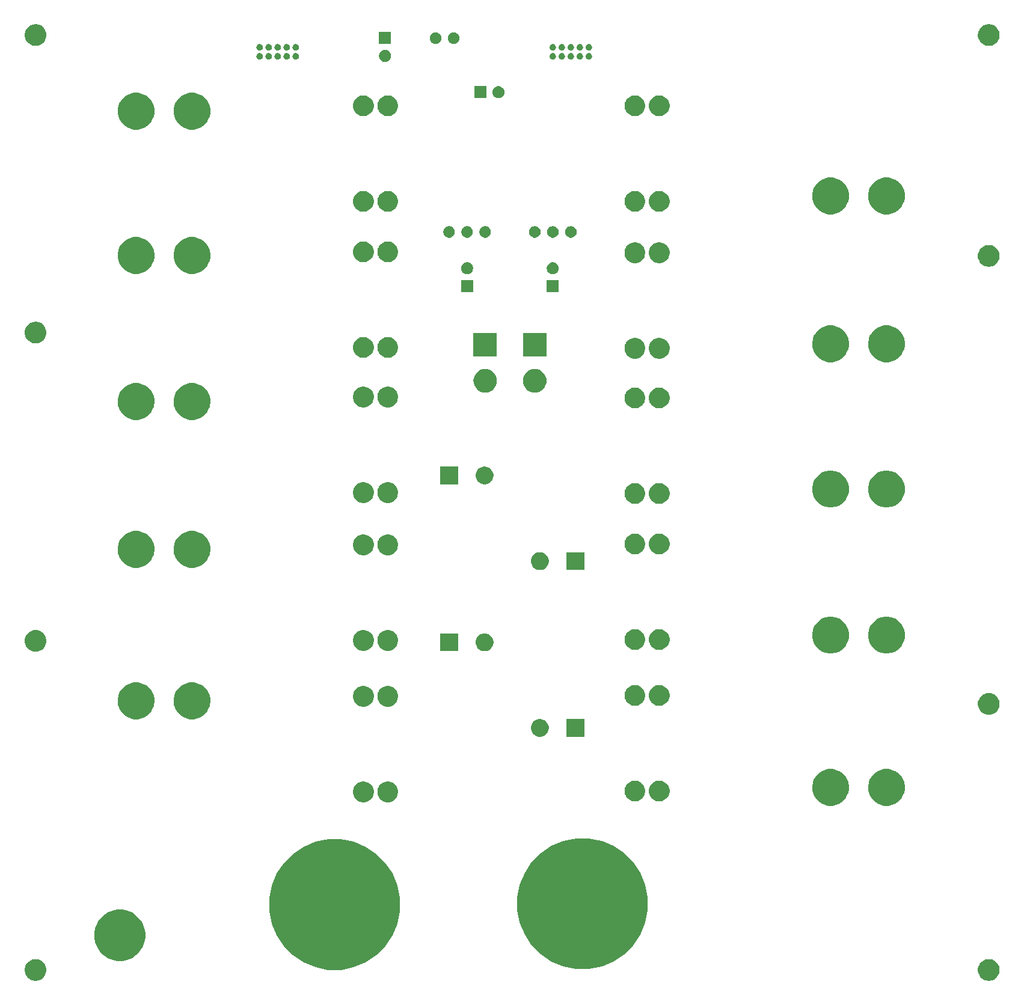
<source format=gbr>
G04 #@! TF.GenerationSoftware,KiCad,Pcbnew,(5.1.4)-1*
G04 #@! TF.CreationDate,2020-02-16T17:55:40-06:00*
G04 #@! TF.ProjectId,PowerBoard_Hardware,506f7765-7242-46f6-9172-645f48617264,rev?*
G04 #@! TF.SameCoordinates,Original*
G04 #@! TF.FileFunction,Soldermask,Bot*
G04 #@! TF.FilePolarity,Negative*
%FSLAX46Y46*%
G04 Gerber Fmt 4.6, Leading zero omitted, Abs format (unit mm)*
G04 Created by KiCad (PCBNEW (5.1.4)-1) date 2020-02-16 17:55:40*
%MOMM*%
%LPD*%
G04 APERTURE LIST*
%ADD10C,0.100000*%
G04 APERTURE END LIST*
D10*
G36*
X235049237Y-164676967D02*
G01*
X235196473Y-164706254D01*
X235473859Y-164821151D01*
X235723501Y-164987957D01*
X235935803Y-165200259D01*
X236102609Y-165449901D01*
X236217506Y-165727287D01*
X236276080Y-166021759D01*
X236276080Y-166322001D01*
X236217506Y-166616473D01*
X236102609Y-166893859D01*
X235935803Y-167143501D01*
X235723501Y-167355803D01*
X235473859Y-167522609D01*
X235196473Y-167637506D01*
X235049237Y-167666793D01*
X234902002Y-167696080D01*
X234601758Y-167696080D01*
X234454523Y-167666793D01*
X234307287Y-167637506D01*
X234029901Y-167522609D01*
X233780259Y-167355803D01*
X233567957Y-167143501D01*
X233401151Y-166893859D01*
X233286254Y-166616473D01*
X233227680Y-166322001D01*
X233227680Y-166021759D01*
X233286254Y-165727287D01*
X233401151Y-165449901D01*
X233567957Y-165200259D01*
X233780259Y-164987957D01*
X234029901Y-164821151D01*
X234307287Y-164706254D01*
X234454523Y-164676967D01*
X234601758Y-164647680D01*
X234902002Y-164647680D01*
X235049237Y-164676967D01*
X235049237Y-164676967D01*
G37*
G36*
X100825477Y-164676967D02*
G01*
X100972713Y-164706254D01*
X101250099Y-164821151D01*
X101499741Y-164987957D01*
X101712043Y-165200259D01*
X101878849Y-165449901D01*
X101993746Y-165727287D01*
X102052320Y-166021759D01*
X102052320Y-166322001D01*
X101993746Y-166616473D01*
X101878849Y-166893859D01*
X101712043Y-167143501D01*
X101499741Y-167355803D01*
X101250099Y-167522609D01*
X100972713Y-167637506D01*
X100825477Y-167666793D01*
X100678242Y-167696080D01*
X100377998Y-167696080D01*
X100230763Y-167666793D01*
X100083527Y-167637506D01*
X99806141Y-167522609D01*
X99556499Y-167355803D01*
X99344197Y-167143501D01*
X99177391Y-166893859D01*
X99062494Y-166616473D01*
X99003920Y-166322001D01*
X99003920Y-166021759D01*
X99062494Y-165727287D01*
X99177391Y-165449901D01*
X99344197Y-165200259D01*
X99556499Y-164987957D01*
X99806141Y-164821151D01*
X100083527Y-164706254D01*
X100230763Y-164676967D01*
X100377998Y-164647680D01*
X100678242Y-164647680D01*
X100825477Y-164676967D01*
X100825477Y-164676967D01*
G37*
G36*
X143920201Y-147855286D02*
G01*
X145303083Y-148130358D01*
X146976466Y-148823496D01*
X148482471Y-149829777D01*
X149763223Y-151110529D01*
X150769504Y-152616534D01*
X151462642Y-154289917D01*
X151816000Y-156066372D01*
X151816000Y-157877628D01*
X151462642Y-159654083D01*
X150769504Y-161327466D01*
X149763223Y-162833471D01*
X148482471Y-164114223D01*
X146976466Y-165120504D01*
X145303083Y-165813642D01*
X143920201Y-166088714D01*
X143526630Y-166167000D01*
X141715370Y-166167000D01*
X141321799Y-166088714D01*
X139938917Y-165813642D01*
X138265534Y-165120504D01*
X136759529Y-164114223D01*
X135478777Y-162833471D01*
X134472496Y-161327466D01*
X133779358Y-159654083D01*
X133426000Y-157877628D01*
X133426000Y-156066372D01*
X133779358Y-154289917D01*
X134472496Y-152616534D01*
X135478777Y-151110529D01*
X136759529Y-149829777D01*
X138265534Y-148823496D01*
X139938917Y-148130358D01*
X141321799Y-147855286D01*
X141715370Y-147777000D01*
X143526630Y-147777000D01*
X143920201Y-147855286D01*
X143920201Y-147855286D01*
G37*
G36*
X178845201Y-147728286D02*
G01*
X180228083Y-148003358D01*
X181901466Y-148696496D01*
X183407471Y-149702777D01*
X184688223Y-150983529D01*
X185694504Y-152489534D01*
X186387642Y-154162917D01*
X186741000Y-155939372D01*
X186741000Y-157750628D01*
X186387642Y-159527083D01*
X185694504Y-161200466D01*
X184688223Y-162706471D01*
X183407471Y-163987223D01*
X181901466Y-164993504D01*
X180228083Y-165686642D01*
X178845201Y-165961714D01*
X178451630Y-166040000D01*
X176640370Y-166040000D01*
X176246799Y-165961714D01*
X174863917Y-165686642D01*
X173190534Y-164993504D01*
X171684529Y-163987223D01*
X170403777Y-162706471D01*
X169397496Y-161200466D01*
X168704358Y-159527083D01*
X168351000Y-157750628D01*
X168351000Y-155939372D01*
X168704358Y-154162917D01*
X169397496Y-152489534D01*
X170403777Y-150983529D01*
X171684529Y-149702777D01*
X173190534Y-148696496D01*
X174863917Y-148003358D01*
X176246799Y-147728286D01*
X176640370Y-147650000D01*
X178451630Y-147650000D01*
X178845201Y-147728286D01*
X178845201Y-147728286D01*
G37*
G36*
X113447122Y-157821614D02*
G01*
X114103554Y-158093517D01*
X114103555Y-158093518D01*
X114694329Y-158488260D01*
X115196740Y-158990671D01*
X115460498Y-159385414D01*
X115591483Y-159581446D01*
X115863386Y-160237878D01*
X116002000Y-160934740D01*
X116002000Y-161645260D01*
X115863386Y-162342122D01*
X115591483Y-162998554D01*
X115591482Y-162998555D01*
X115196740Y-163589329D01*
X114694329Y-164091740D01*
X114299586Y-164355498D01*
X114103554Y-164486483D01*
X113447122Y-164758386D01*
X112750260Y-164897000D01*
X112039740Y-164897000D01*
X111342878Y-164758386D01*
X110686446Y-164486483D01*
X110490414Y-164355498D01*
X110095671Y-164091740D01*
X109593260Y-163589329D01*
X109198518Y-162998555D01*
X109198517Y-162998554D01*
X108926614Y-162342122D01*
X108788000Y-161645260D01*
X108788000Y-160934740D01*
X108926614Y-160237878D01*
X109198517Y-159581446D01*
X109329502Y-159385414D01*
X109593260Y-158990671D01*
X110095671Y-158488260D01*
X110686445Y-158093518D01*
X110686446Y-158093517D01*
X111342878Y-157821614D01*
X112039740Y-157683000D01*
X112750260Y-157683000D01*
X113447122Y-157821614D01*
X113447122Y-157821614D01*
G37*
G36*
X213059908Y-137937380D02*
G01*
X213226767Y-137970570D01*
X213698299Y-138165885D01*
X213941029Y-138328073D01*
X214122666Y-138449438D01*
X214483562Y-138810334D01*
X214604927Y-138991971D01*
X214767115Y-139234701D01*
X214962430Y-139706233D01*
X214988123Y-139835400D01*
X215062000Y-140206807D01*
X215062000Y-140717193D01*
X215040330Y-140826134D01*
X214962430Y-141217767D01*
X214767115Y-141689299D01*
X214604927Y-141932029D01*
X214483562Y-142113666D01*
X214122666Y-142474562D01*
X213941029Y-142595927D01*
X213698299Y-142758115D01*
X213226767Y-142953430D01*
X213059908Y-142986620D01*
X212726193Y-143053000D01*
X212215807Y-143053000D01*
X211882092Y-142986620D01*
X211715233Y-142953430D01*
X211243701Y-142758115D01*
X211000971Y-142595927D01*
X210819334Y-142474562D01*
X210458438Y-142113666D01*
X210337073Y-141932029D01*
X210174885Y-141689299D01*
X209979570Y-141217767D01*
X209901670Y-140826134D01*
X209880000Y-140717193D01*
X209880000Y-140206807D01*
X209953877Y-139835400D01*
X209979570Y-139706233D01*
X210174885Y-139234701D01*
X210337073Y-138991971D01*
X210458438Y-138810334D01*
X210819334Y-138449438D01*
X211000971Y-138328073D01*
X211243701Y-138165885D01*
X211715233Y-137970570D01*
X211882092Y-137937380D01*
X212215807Y-137871000D01*
X212726193Y-137871000D01*
X213059908Y-137937380D01*
X213059908Y-137937380D01*
G37*
G36*
X220933908Y-137937380D02*
G01*
X221100767Y-137970570D01*
X221572299Y-138165885D01*
X221815029Y-138328073D01*
X221996666Y-138449438D01*
X222357562Y-138810334D01*
X222478927Y-138991971D01*
X222641115Y-139234701D01*
X222836430Y-139706233D01*
X222862123Y-139835400D01*
X222936000Y-140206807D01*
X222936000Y-140717193D01*
X222914330Y-140826134D01*
X222836430Y-141217767D01*
X222641115Y-141689299D01*
X222478927Y-141932029D01*
X222357562Y-142113666D01*
X221996666Y-142474562D01*
X221815029Y-142595927D01*
X221572299Y-142758115D01*
X221100767Y-142953430D01*
X220933908Y-142986620D01*
X220600193Y-143053000D01*
X220089807Y-143053000D01*
X219756092Y-142986620D01*
X219589233Y-142953430D01*
X219117701Y-142758115D01*
X218874971Y-142595927D01*
X218693334Y-142474562D01*
X218332438Y-142113666D01*
X218211073Y-141932029D01*
X218048885Y-141689299D01*
X217853570Y-141217767D01*
X217775670Y-140826134D01*
X217754000Y-140717193D01*
X217754000Y-140206807D01*
X217827877Y-139835400D01*
X217853570Y-139706233D01*
X218048885Y-139234701D01*
X218211073Y-138991971D01*
X218332438Y-138810334D01*
X218693334Y-138449438D01*
X218874971Y-138328073D01*
X219117701Y-138165885D01*
X219589233Y-137970570D01*
X219756092Y-137937380D01*
X220089807Y-137871000D01*
X220600193Y-137871000D01*
X220933908Y-137937380D01*
X220933908Y-137937380D01*
G37*
G36*
X150540070Y-139692433D02*
G01*
X150805899Y-139802543D01*
X150805901Y-139802544D01*
X151045142Y-139962400D01*
X151248600Y-140165858D01*
X151408456Y-140405099D01*
X151408457Y-140405101D01*
X151518567Y-140670930D01*
X151574700Y-140953132D01*
X151574700Y-141240868D01*
X151518567Y-141523070D01*
X151408457Y-141788899D01*
X151408456Y-141788901D01*
X151248600Y-142028142D01*
X151045142Y-142231600D01*
X150805901Y-142391456D01*
X150805900Y-142391457D01*
X150805899Y-142391457D01*
X150540070Y-142501567D01*
X150257868Y-142557700D01*
X149970132Y-142557700D01*
X149687930Y-142501567D01*
X149422101Y-142391457D01*
X149422100Y-142391457D01*
X149422099Y-142391456D01*
X149182858Y-142231600D01*
X148979400Y-142028142D01*
X148819544Y-141788901D01*
X148819543Y-141788899D01*
X148709433Y-141523070D01*
X148653300Y-141240868D01*
X148653300Y-140953132D01*
X148709433Y-140670930D01*
X148819543Y-140405101D01*
X148819544Y-140405099D01*
X148979400Y-140165858D01*
X149182858Y-139962400D01*
X149422099Y-139802544D01*
X149422101Y-139802543D01*
X149687930Y-139692433D01*
X149970132Y-139636300D01*
X150257868Y-139636300D01*
X150540070Y-139692433D01*
X150540070Y-139692433D01*
G37*
G36*
X147111070Y-139692433D02*
G01*
X147376899Y-139802543D01*
X147376901Y-139802544D01*
X147616142Y-139962400D01*
X147819600Y-140165858D01*
X147979456Y-140405099D01*
X147979457Y-140405101D01*
X148089567Y-140670930D01*
X148145700Y-140953132D01*
X148145700Y-141240868D01*
X148089567Y-141523070D01*
X147979457Y-141788899D01*
X147979456Y-141788901D01*
X147819600Y-142028142D01*
X147616142Y-142231600D01*
X147376901Y-142391456D01*
X147376900Y-142391457D01*
X147376899Y-142391457D01*
X147111070Y-142501567D01*
X146828868Y-142557700D01*
X146541132Y-142557700D01*
X146258930Y-142501567D01*
X145993101Y-142391457D01*
X145993100Y-142391457D01*
X145993099Y-142391456D01*
X145753858Y-142231600D01*
X145550400Y-142028142D01*
X145390544Y-141788901D01*
X145390543Y-141788899D01*
X145280433Y-141523070D01*
X145224300Y-141240868D01*
X145224300Y-140953132D01*
X145280433Y-140670930D01*
X145390543Y-140405101D01*
X145390544Y-140405099D01*
X145550400Y-140165858D01*
X145753858Y-139962400D01*
X145993099Y-139802544D01*
X145993101Y-139802543D01*
X146258930Y-139692433D01*
X146541132Y-139636300D01*
X146828868Y-139636300D01*
X147111070Y-139692433D01*
X147111070Y-139692433D01*
G37*
G36*
X185338070Y-139565433D02*
G01*
X185603899Y-139675543D01*
X185603901Y-139675544D01*
X185843142Y-139835400D01*
X186046600Y-140038858D01*
X186131460Y-140165860D01*
X186206457Y-140278101D01*
X186316567Y-140543930D01*
X186372700Y-140826132D01*
X186372700Y-141113868D01*
X186316567Y-141396070D01*
X186263961Y-141523071D01*
X186206456Y-141661901D01*
X186046600Y-141901142D01*
X185843142Y-142104600D01*
X185603901Y-142264456D01*
X185603900Y-142264457D01*
X185603899Y-142264457D01*
X185338070Y-142374567D01*
X185055868Y-142430700D01*
X184768132Y-142430700D01*
X184485930Y-142374567D01*
X184220101Y-142264457D01*
X184220100Y-142264457D01*
X184220099Y-142264456D01*
X183980858Y-142104600D01*
X183777400Y-141901142D01*
X183617544Y-141661901D01*
X183560039Y-141523071D01*
X183507433Y-141396070D01*
X183451300Y-141113868D01*
X183451300Y-140826132D01*
X183507433Y-140543930D01*
X183617543Y-140278101D01*
X183692540Y-140165860D01*
X183777400Y-140038858D01*
X183980858Y-139835400D01*
X184220099Y-139675544D01*
X184220101Y-139675543D01*
X184485930Y-139565433D01*
X184768132Y-139509300D01*
X185055868Y-139509300D01*
X185338070Y-139565433D01*
X185338070Y-139565433D01*
G37*
G36*
X188767070Y-139565433D02*
G01*
X189032899Y-139675543D01*
X189032901Y-139675544D01*
X189272142Y-139835400D01*
X189475600Y-140038858D01*
X189560460Y-140165860D01*
X189635457Y-140278101D01*
X189745567Y-140543930D01*
X189801700Y-140826132D01*
X189801700Y-141113868D01*
X189745567Y-141396070D01*
X189692961Y-141523071D01*
X189635456Y-141661901D01*
X189475600Y-141901142D01*
X189272142Y-142104600D01*
X189032901Y-142264456D01*
X189032900Y-142264457D01*
X189032899Y-142264457D01*
X188767070Y-142374567D01*
X188484868Y-142430700D01*
X188197132Y-142430700D01*
X187914930Y-142374567D01*
X187649101Y-142264457D01*
X187649100Y-142264457D01*
X187649099Y-142264456D01*
X187409858Y-142104600D01*
X187206400Y-141901142D01*
X187046544Y-141661901D01*
X186989039Y-141523071D01*
X186936433Y-141396070D01*
X186880300Y-141113868D01*
X186880300Y-140826132D01*
X186936433Y-140543930D01*
X187046543Y-140278101D01*
X187121540Y-140165860D01*
X187206400Y-140038858D01*
X187409858Y-139835400D01*
X187649099Y-139675544D01*
X187649101Y-139675543D01*
X187914930Y-139565433D01*
X188197132Y-139509300D01*
X188484868Y-139509300D01*
X188767070Y-139565433D01*
X188767070Y-139565433D01*
G37*
G36*
X177781000Y-133331000D02*
G01*
X175279000Y-133331000D01*
X175279000Y-130829000D01*
X177781000Y-130829000D01*
X177781000Y-133331000D01*
X177781000Y-133331000D01*
G37*
G36*
X171894903Y-130877075D02*
G01*
X172122571Y-130971378D01*
X172327466Y-131108285D01*
X172501715Y-131282534D01*
X172638622Y-131487429D01*
X172732925Y-131715097D01*
X172781000Y-131956787D01*
X172781000Y-132203213D01*
X172732925Y-132444903D01*
X172638622Y-132672571D01*
X172501715Y-132877466D01*
X172327466Y-133051715D01*
X172122571Y-133188622D01*
X172122570Y-133188623D01*
X172122569Y-133188623D01*
X171894903Y-133282925D01*
X171653214Y-133331000D01*
X171406786Y-133331000D01*
X171165097Y-133282925D01*
X170937431Y-133188623D01*
X170937430Y-133188623D01*
X170937429Y-133188622D01*
X170732534Y-133051715D01*
X170558285Y-132877466D01*
X170421378Y-132672571D01*
X170327075Y-132444903D01*
X170279000Y-132203213D01*
X170279000Y-131956787D01*
X170327075Y-131715097D01*
X170421378Y-131487429D01*
X170558285Y-131282534D01*
X170732534Y-131108285D01*
X170937429Y-130971378D01*
X171165097Y-130877075D01*
X171406786Y-130829000D01*
X171653214Y-130829000D01*
X171894903Y-130877075D01*
X171894903Y-130877075D01*
G37*
G36*
X123143908Y-125745380D02*
G01*
X123310767Y-125778570D01*
X123782299Y-125973885D01*
X123976182Y-126103434D01*
X124206666Y-126257438D01*
X124567562Y-126618334D01*
X124624707Y-126703858D01*
X124851115Y-127042701D01*
X125036861Y-127491132D01*
X125046430Y-127514234D01*
X125146000Y-128014807D01*
X125146000Y-128525193D01*
X125097384Y-128769601D01*
X125046430Y-129025767D01*
X124851115Y-129497299D01*
X124730040Y-129678500D01*
X124567562Y-129921666D01*
X124206666Y-130282562D01*
X124025029Y-130403927D01*
X123782299Y-130566115D01*
X123310767Y-130761430D01*
X123143908Y-130794620D01*
X122810193Y-130861000D01*
X122299807Y-130861000D01*
X121966092Y-130794620D01*
X121799233Y-130761430D01*
X121327701Y-130566115D01*
X121084971Y-130403927D01*
X120903334Y-130282562D01*
X120542438Y-129921666D01*
X120379960Y-129678500D01*
X120258885Y-129497299D01*
X120063570Y-129025767D01*
X120012616Y-128769601D01*
X119964000Y-128525193D01*
X119964000Y-128014807D01*
X120063570Y-127514234D01*
X120073139Y-127491132D01*
X120258885Y-127042701D01*
X120485293Y-126703858D01*
X120542438Y-126618334D01*
X120903334Y-126257438D01*
X121133818Y-126103434D01*
X121327701Y-125973885D01*
X121799233Y-125778570D01*
X121966092Y-125745380D01*
X122299807Y-125679000D01*
X122810193Y-125679000D01*
X123143908Y-125745380D01*
X123143908Y-125745380D01*
G37*
G36*
X115269908Y-125745380D02*
G01*
X115436767Y-125778570D01*
X115908299Y-125973885D01*
X116102182Y-126103434D01*
X116332666Y-126257438D01*
X116693562Y-126618334D01*
X116750707Y-126703858D01*
X116977115Y-127042701D01*
X117162861Y-127491132D01*
X117172430Y-127514234D01*
X117272000Y-128014807D01*
X117272000Y-128525193D01*
X117223384Y-128769601D01*
X117172430Y-129025767D01*
X116977115Y-129497299D01*
X116856040Y-129678500D01*
X116693562Y-129921666D01*
X116332666Y-130282562D01*
X116151029Y-130403927D01*
X115908299Y-130566115D01*
X115436767Y-130761430D01*
X115269908Y-130794620D01*
X114936193Y-130861000D01*
X114425807Y-130861000D01*
X114092092Y-130794620D01*
X113925233Y-130761430D01*
X113453701Y-130566115D01*
X113210971Y-130403927D01*
X113029334Y-130282562D01*
X112668438Y-129921666D01*
X112505960Y-129678500D01*
X112384885Y-129497299D01*
X112189570Y-129025767D01*
X112138616Y-128769601D01*
X112090000Y-128525193D01*
X112090000Y-128014807D01*
X112189570Y-127514234D01*
X112199139Y-127491132D01*
X112384885Y-127042701D01*
X112611293Y-126703858D01*
X112668438Y-126618334D01*
X113029334Y-126257438D01*
X113259818Y-126103434D01*
X113453701Y-125973885D01*
X113925233Y-125778570D01*
X114092092Y-125745380D01*
X114425807Y-125679000D01*
X114936193Y-125679000D01*
X115269908Y-125745380D01*
X115269908Y-125745380D01*
G37*
G36*
X235033964Y-127208929D02*
G01*
X235196473Y-127241254D01*
X235473859Y-127356151D01*
X235640664Y-127467607D01*
X235723500Y-127522956D01*
X235935804Y-127735260D01*
X235964942Y-127778868D01*
X236102609Y-127984901D01*
X236217506Y-128262287D01*
X236217506Y-128262288D01*
X236276080Y-128556758D01*
X236276080Y-128857002D01*
X236265027Y-128912567D01*
X236217506Y-129151473D01*
X236102609Y-129428859D01*
X235991153Y-129595664D01*
X235935804Y-129678500D01*
X235723500Y-129890804D01*
X235640664Y-129946153D01*
X235473859Y-130057609D01*
X235196473Y-130172506D01*
X235049237Y-130201793D01*
X234902002Y-130231080D01*
X234601758Y-130231080D01*
X234454523Y-130201793D01*
X234307287Y-130172506D01*
X234029901Y-130057609D01*
X233863096Y-129946153D01*
X233780260Y-129890804D01*
X233567956Y-129678500D01*
X233512607Y-129595664D01*
X233401151Y-129428859D01*
X233286254Y-129151473D01*
X233238733Y-128912567D01*
X233227680Y-128857002D01*
X233227680Y-128556758D01*
X233286254Y-128262288D01*
X233286254Y-128262287D01*
X233401151Y-127984901D01*
X233538818Y-127778868D01*
X233567956Y-127735260D01*
X233780260Y-127522956D01*
X233863096Y-127467607D01*
X234029901Y-127356151D01*
X234307287Y-127241254D01*
X234469796Y-127208929D01*
X234601758Y-127182680D01*
X234902002Y-127182680D01*
X235033964Y-127208929D01*
X235033964Y-127208929D01*
G37*
G36*
X147111070Y-126230433D02*
G01*
X147376899Y-126340543D01*
X147376901Y-126340544D01*
X147616142Y-126500400D01*
X147819600Y-126703858D01*
X147979456Y-126943099D01*
X147979457Y-126943101D01*
X148089567Y-127208930D01*
X148145700Y-127491132D01*
X148145700Y-127778868D01*
X148089567Y-128061070D01*
X147979457Y-128326899D01*
X147979456Y-128326901D01*
X147819600Y-128566142D01*
X147616142Y-128769600D01*
X147376901Y-128929456D01*
X147376900Y-128929457D01*
X147376899Y-128929457D01*
X147111070Y-129039567D01*
X146828868Y-129095700D01*
X146541132Y-129095700D01*
X146258930Y-129039567D01*
X145993101Y-128929457D01*
X145993100Y-128929457D01*
X145993099Y-128929456D01*
X145753858Y-128769600D01*
X145550400Y-128566142D01*
X145390544Y-128326901D01*
X145390543Y-128326899D01*
X145280433Y-128061070D01*
X145224300Y-127778868D01*
X145224300Y-127491132D01*
X145280433Y-127208930D01*
X145390543Y-126943101D01*
X145390544Y-126943099D01*
X145550400Y-126703858D01*
X145753858Y-126500400D01*
X145993099Y-126340544D01*
X145993101Y-126340543D01*
X146258930Y-126230433D01*
X146541132Y-126174300D01*
X146828868Y-126174300D01*
X147111070Y-126230433D01*
X147111070Y-126230433D01*
G37*
G36*
X150540070Y-126230433D02*
G01*
X150805899Y-126340543D01*
X150805901Y-126340544D01*
X151045142Y-126500400D01*
X151248600Y-126703858D01*
X151408456Y-126943099D01*
X151408457Y-126943101D01*
X151518567Y-127208930D01*
X151574700Y-127491132D01*
X151574700Y-127778868D01*
X151518567Y-128061070D01*
X151408457Y-128326899D01*
X151408456Y-128326901D01*
X151248600Y-128566142D01*
X151045142Y-128769600D01*
X150805901Y-128929456D01*
X150805900Y-128929457D01*
X150805899Y-128929457D01*
X150540070Y-129039567D01*
X150257868Y-129095700D01*
X149970132Y-129095700D01*
X149687930Y-129039567D01*
X149422101Y-128929457D01*
X149422100Y-128929457D01*
X149422099Y-128929456D01*
X149182858Y-128769600D01*
X148979400Y-128566142D01*
X148819544Y-128326901D01*
X148819543Y-128326899D01*
X148709433Y-128061070D01*
X148653300Y-127778868D01*
X148653300Y-127491132D01*
X148709433Y-127208930D01*
X148819543Y-126943101D01*
X148819544Y-126943099D01*
X148979400Y-126703858D01*
X149182858Y-126500400D01*
X149422099Y-126340544D01*
X149422101Y-126340543D01*
X149687930Y-126230433D01*
X149970132Y-126174300D01*
X150257868Y-126174300D01*
X150540070Y-126230433D01*
X150540070Y-126230433D01*
G37*
G36*
X188767070Y-126103433D02*
G01*
X189032899Y-126213543D01*
X189032901Y-126213544D01*
X189272142Y-126373400D01*
X189475600Y-126576858D01*
X189560460Y-126703860D01*
X189635457Y-126816101D01*
X189745567Y-127081930D01*
X189801700Y-127364132D01*
X189801700Y-127651868D01*
X189745567Y-127934070D01*
X189692961Y-128061071D01*
X189635456Y-128199901D01*
X189475600Y-128439142D01*
X189272142Y-128642600D01*
X189032901Y-128802456D01*
X189032900Y-128802457D01*
X189032899Y-128802457D01*
X188767070Y-128912567D01*
X188484868Y-128968700D01*
X188197132Y-128968700D01*
X187914930Y-128912567D01*
X187649101Y-128802457D01*
X187649100Y-128802457D01*
X187649099Y-128802456D01*
X187409858Y-128642600D01*
X187206400Y-128439142D01*
X187046544Y-128199901D01*
X186989039Y-128061071D01*
X186936433Y-127934070D01*
X186880300Y-127651868D01*
X186880300Y-127364132D01*
X186936433Y-127081930D01*
X187046543Y-126816101D01*
X187121540Y-126703860D01*
X187206400Y-126576858D01*
X187409858Y-126373400D01*
X187649099Y-126213544D01*
X187649101Y-126213543D01*
X187914930Y-126103433D01*
X188197132Y-126047300D01*
X188484868Y-126047300D01*
X188767070Y-126103433D01*
X188767070Y-126103433D01*
G37*
G36*
X185338070Y-126103433D02*
G01*
X185603899Y-126213543D01*
X185603901Y-126213544D01*
X185843142Y-126373400D01*
X186046600Y-126576858D01*
X186131460Y-126703860D01*
X186206457Y-126816101D01*
X186316567Y-127081930D01*
X186372700Y-127364132D01*
X186372700Y-127651868D01*
X186316567Y-127934070D01*
X186263961Y-128061071D01*
X186206456Y-128199901D01*
X186046600Y-128439142D01*
X185843142Y-128642600D01*
X185603901Y-128802456D01*
X185603900Y-128802457D01*
X185603899Y-128802457D01*
X185338070Y-128912567D01*
X185055868Y-128968700D01*
X184768132Y-128968700D01*
X184485930Y-128912567D01*
X184220101Y-128802457D01*
X184220100Y-128802457D01*
X184220099Y-128802456D01*
X183980858Y-128642600D01*
X183777400Y-128439142D01*
X183617544Y-128199901D01*
X183560039Y-128061071D01*
X183507433Y-127934070D01*
X183451300Y-127651868D01*
X183451300Y-127364132D01*
X183507433Y-127081930D01*
X183617543Y-126816101D01*
X183692540Y-126703860D01*
X183777400Y-126576858D01*
X183980858Y-126373400D01*
X184220099Y-126213544D01*
X184220101Y-126213543D01*
X184485930Y-126103433D01*
X184768132Y-126047300D01*
X185055868Y-126047300D01*
X185338070Y-126103433D01*
X185338070Y-126103433D01*
G37*
G36*
X220933908Y-116474380D02*
G01*
X221100767Y-116507570D01*
X221572299Y-116702885D01*
X221815029Y-116865073D01*
X221996666Y-116986438D01*
X222357562Y-117347334D01*
X222478927Y-117528971D01*
X222641115Y-117771701D01*
X222836430Y-118243233D01*
X222858947Y-118356433D01*
X222936000Y-118743807D01*
X222936000Y-119254193D01*
X222912509Y-119372288D01*
X222836430Y-119754767D01*
X222641115Y-120226299D01*
X222489705Y-120452899D01*
X222357562Y-120650666D01*
X221996666Y-121011562D01*
X221828954Y-121123623D01*
X221572299Y-121295115D01*
X221100767Y-121490430D01*
X220933908Y-121523620D01*
X220600193Y-121590000D01*
X220089807Y-121590000D01*
X219756092Y-121523620D01*
X219589233Y-121490430D01*
X219117701Y-121295115D01*
X218861046Y-121123623D01*
X218693334Y-121011562D01*
X218332438Y-120650666D01*
X218200295Y-120452899D01*
X218048885Y-120226299D01*
X217853570Y-119754767D01*
X217777491Y-119372288D01*
X217754000Y-119254193D01*
X217754000Y-118743807D01*
X217831053Y-118356433D01*
X217853570Y-118243233D01*
X218048885Y-117771701D01*
X218211073Y-117528971D01*
X218332438Y-117347334D01*
X218693334Y-116986438D01*
X218874971Y-116865073D01*
X219117701Y-116702885D01*
X219589233Y-116507570D01*
X219756092Y-116474380D01*
X220089807Y-116408000D01*
X220600193Y-116408000D01*
X220933908Y-116474380D01*
X220933908Y-116474380D01*
G37*
G36*
X213059908Y-116474380D02*
G01*
X213226767Y-116507570D01*
X213698299Y-116702885D01*
X213941029Y-116865073D01*
X214122666Y-116986438D01*
X214483562Y-117347334D01*
X214604927Y-117528971D01*
X214767115Y-117771701D01*
X214962430Y-118243233D01*
X214984947Y-118356433D01*
X215062000Y-118743807D01*
X215062000Y-119254193D01*
X215038509Y-119372288D01*
X214962430Y-119754767D01*
X214767115Y-120226299D01*
X214615705Y-120452899D01*
X214483562Y-120650666D01*
X214122666Y-121011562D01*
X213954954Y-121123623D01*
X213698299Y-121295115D01*
X213226767Y-121490430D01*
X213059908Y-121523620D01*
X212726193Y-121590000D01*
X212215807Y-121590000D01*
X211882092Y-121523620D01*
X211715233Y-121490430D01*
X211243701Y-121295115D01*
X210987046Y-121123623D01*
X210819334Y-121011562D01*
X210458438Y-120650666D01*
X210326295Y-120452899D01*
X210174885Y-120226299D01*
X209979570Y-119754767D01*
X209903491Y-119372288D01*
X209880000Y-119254193D01*
X209880000Y-118743807D01*
X209957053Y-118356433D01*
X209979570Y-118243233D01*
X210174885Y-117771701D01*
X210337073Y-117528971D01*
X210458438Y-117347334D01*
X210819334Y-116986438D01*
X211000971Y-116865073D01*
X211243701Y-116702885D01*
X211715233Y-116507570D01*
X211882092Y-116474380D01*
X212215807Y-116408000D01*
X212726193Y-116408000D01*
X213059908Y-116474380D01*
X213059908Y-116474380D01*
G37*
G36*
X100825477Y-118321967D02*
G01*
X100972713Y-118351254D01*
X101250099Y-118466151D01*
X101299859Y-118499400D01*
X101489927Y-118626399D01*
X101499741Y-118632957D01*
X101712043Y-118845259D01*
X101878849Y-119094901D01*
X101978272Y-119334930D01*
X101993746Y-119372288D01*
X102052320Y-119666758D01*
X102052320Y-119967002D01*
X102033807Y-120060071D01*
X101993746Y-120261473D01*
X101878849Y-120538859D01*
X101776430Y-120692140D01*
X101712044Y-120788500D01*
X101499740Y-121000804D01*
X101417947Y-121055456D01*
X101250099Y-121167609D01*
X100972713Y-121282506D01*
X100909323Y-121295115D01*
X100678242Y-121341080D01*
X100377998Y-121341080D01*
X100146917Y-121295115D01*
X100083527Y-121282506D01*
X99806141Y-121167609D01*
X99638293Y-121055456D01*
X99556500Y-121000804D01*
X99344196Y-120788500D01*
X99279810Y-120692140D01*
X99177391Y-120538859D01*
X99062494Y-120261473D01*
X99022433Y-120060071D01*
X99003920Y-119967002D01*
X99003920Y-119666758D01*
X99062494Y-119372288D01*
X99077968Y-119334930D01*
X99177391Y-119094901D01*
X99344197Y-118845259D01*
X99556499Y-118632957D01*
X99566314Y-118626399D01*
X99756381Y-118499400D01*
X99806141Y-118466151D01*
X100083527Y-118351254D01*
X100230763Y-118321967D01*
X100377998Y-118292680D01*
X100678242Y-118292680D01*
X100825477Y-118321967D01*
X100825477Y-118321967D01*
G37*
G36*
X160001000Y-121266000D02*
G01*
X157499000Y-121266000D01*
X157499000Y-118764000D01*
X160001000Y-118764000D01*
X160001000Y-121266000D01*
X160001000Y-121266000D01*
G37*
G36*
X164114903Y-118812075D02*
G01*
X164195017Y-118845259D01*
X164342571Y-118906378D01*
X164547466Y-119043285D01*
X164721715Y-119217534D01*
X164858622Y-119422429D01*
X164858623Y-119422431D01*
X164952925Y-119650097D01*
X165001000Y-119891786D01*
X165001000Y-120138214D01*
X164952925Y-120379903D01*
X164876198Y-120565140D01*
X164858622Y-120607571D01*
X164721715Y-120812466D01*
X164547466Y-120986715D01*
X164342571Y-121123622D01*
X164342570Y-121123623D01*
X164342569Y-121123623D01*
X164114903Y-121217925D01*
X163873214Y-121266000D01*
X163626786Y-121266000D01*
X163385097Y-121217925D01*
X163157431Y-121123623D01*
X163157430Y-121123623D01*
X163157429Y-121123622D01*
X162952534Y-120986715D01*
X162778285Y-120812466D01*
X162641378Y-120607571D01*
X162623803Y-120565140D01*
X162547075Y-120379903D01*
X162499000Y-120138214D01*
X162499000Y-119891786D01*
X162547075Y-119650097D01*
X162641377Y-119422431D01*
X162641378Y-119422429D01*
X162778285Y-119217534D01*
X162952534Y-119043285D01*
X163157429Y-118906378D01*
X163304984Y-118845259D01*
X163385097Y-118812075D01*
X163626786Y-118764000D01*
X163873214Y-118764000D01*
X164114903Y-118812075D01*
X164114903Y-118812075D01*
G37*
G36*
X147111070Y-118356433D02*
G01*
X147376899Y-118466543D01*
X147376901Y-118466544D01*
X147616142Y-118626400D01*
X147819600Y-118829858D01*
X147979456Y-119069099D01*
X147979457Y-119069101D01*
X148089567Y-119334930D01*
X148145700Y-119617132D01*
X148145700Y-119904868D01*
X148089567Y-120187070D01*
X148058748Y-120261473D01*
X147979456Y-120452901D01*
X147819600Y-120692142D01*
X147616142Y-120895600D01*
X147376901Y-121055456D01*
X147376900Y-121055457D01*
X147376899Y-121055457D01*
X147111070Y-121165567D01*
X146828868Y-121221700D01*
X146541132Y-121221700D01*
X146258930Y-121165567D01*
X145993101Y-121055457D01*
X145993100Y-121055457D01*
X145993099Y-121055456D01*
X145753858Y-120895600D01*
X145550400Y-120692142D01*
X145390544Y-120452901D01*
X145311252Y-120261473D01*
X145280433Y-120187070D01*
X145224300Y-119904868D01*
X145224300Y-119617132D01*
X145280433Y-119334930D01*
X145390543Y-119069101D01*
X145390544Y-119069099D01*
X145550400Y-118829858D01*
X145753858Y-118626400D01*
X145993099Y-118466544D01*
X145993101Y-118466543D01*
X146258930Y-118356433D01*
X146541132Y-118300300D01*
X146828868Y-118300300D01*
X147111070Y-118356433D01*
X147111070Y-118356433D01*
G37*
G36*
X150540070Y-118356433D02*
G01*
X150805899Y-118466543D01*
X150805901Y-118466544D01*
X151045142Y-118626400D01*
X151248600Y-118829858D01*
X151408456Y-119069099D01*
X151408457Y-119069101D01*
X151518567Y-119334930D01*
X151574700Y-119617132D01*
X151574700Y-119904868D01*
X151518567Y-120187070D01*
X151487748Y-120261473D01*
X151408456Y-120452901D01*
X151248600Y-120692142D01*
X151045142Y-120895600D01*
X150805901Y-121055456D01*
X150805900Y-121055457D01*
X150805899Y-121055457D01*
X150540070Y-121165567D01*
X150257868Y-121221700D01*
X149970132Y-121221700D01*
X149687930Y-121165567D01*
X149422101Y-121055457D01*
X149422100Y-121055457D01*
X149422099Y-121055456D01*
X149182858Y-120895600D01*
X148979400Y-120692142D01*
X148819544Y-120452901D01*
X148740252Y-120261473D01*
X148709433Y-120187070D01*
X148653300Y-119904868D01*
X148653300Y-119617132D01*
X148709433Y-119334930D01*
X148819543Y-119069101D01*
X148819544Y-119069099D01*
X148979400Y-118829858D01*
X149182858Y-118626400D01*
X149422099Y-118466544D01*
X149422101Y-118466543D01*
X149687930Y-118356433D01*
X149970132Y-118300300D01*
X150257868Y-118300300D01*
X150540070Y-118356433D01*
X150540070Y-118356433D01*
G37*
G36*
X188767070Y-118229433D02*
G01*
X189032899Y-118339543D01*
X189032901Y-118339544D01*
X189272142Y-118499400D01*
X189475600Y-118702858D01*
X189560460Y-118829860D01*
X189635457Y-118942101D01*
X189745567Y-119207930D01*
X189801700Y-119490132D01*
X189801700Y-119777868D01*
X189745567Y-120060070D01*
X189662143Y-120261473D01*
X189635456Y-120325901D01*
X189475600Y-120565142D01*
X189272142Y-120768600D01*
X189032901Y-120928456D01*
X189032900Y-120928457D01*
X189032899Y-120928457D01*
X188767070Y-121038567D01*
X188484868Y-121094700D01*
X188197132Y-121094700D01*
X187914930Y-121038567D01*
X187649101Y-120928457D01*
X187649100Y-120928457D01*
X187649099Y-120928456D01*
X187409858Y-120768600D01*
X187206400Y-120565142D01*
X187046544Y-120325901D01*
X187019857Y-120261473D01*
X186936433Y-120060070D01*
X186880300Y-119777868D01*
X186880300Y-119490132D01*
X186936433Y-119207930D01*
X187046543Y-118942101D01*
X187121540Y-118829860D01*
X187206400Y-118702858D01*
X187409858Y-118499400D01*
X187649099Y-118339544D01*
X187649101Y-118339543D01*
X187914930Y-118229433D01*
X188197132Y-118173300D01*
X188484868Y-118173300D01*
X188767070Y-118229433D01*
X188767070Y-118229433D01*
G37*
G36*
X185338070Y-118229433D02*
G01*
X185603899Y-118339543D01*
X185603901Y-118339544D01*
X185843142Y-118499400D01*
X186046600Y-118702858D01*
X186131460Y-118829860D01*
X186206457Y-118942101D01*
X186316567Y-119207930D01*
X186372700Y-119490132D01*
X186372700Y-119777868D01*
X186316567Y-120060070D01*
X186233143Y-120261473D01*
X186206456Y-120325901D01*
X186046600Y-120565142D01*
X185843142Y-120768600D01*
X185603901Y-120928456D01*
X185603900Y-120928457D01*
X185603899Y-120928457D01*
X185338070Y-121038567D01*
X185055868Y-121094700D01*
X184768132Y-121094700D01*
X184485930Y-121038567D01*
X184220101Y-120928457D01*
X184220100Y-120928457D01*
X184220099Y-120928456D01*
X183980858Y-120768600D01*
X183777400Y-120565142D01*
X183617544Y-120325901D01*
X183590857Y-120261473D01*
X183507433Y-120060070D01*
X183451300Y-119777868D01*
X183451300Y-119490132D01*
X183507433Y-119207930D01*
X183617543Y-118942101D01*
X183692540Y-118829860D01*
X183777400Y-118702858D01*
X183980858Y-118499400D01*
X184220099Y-118339544D01*
X184220101Y-118339543D01*
X184485930Y-118229433D01*
X184768132Y-118173300D01*
X185055868Y-118173300D01*
X185338070Y-118229433D01*
X185338070Y-118229433D01*
G37*
G36*
X177781000Y-109836000D02*
G01*
X175279000Y-109836000D01*
X175279000Y-107334000D01*
X177781000Y-107334000D01*
X177781000Y-109836000D01*
X177781000Y-109836000D01*
G37*
G36*
X171894903Y-107382075D02*
G01*
X172122571Y-107476378D01*
X172327466Y-107613285D01*
X172501715Y-107787534D01*
X172638622Y-107992429D01*
X172732925Y-108220097D01*
X172781000Y-108461787D01*
X172781000Y-108708213D01*
X172732925Y-108949903D01*
X172638622Y-109177571D01*
X172501715Y-109382466D01*
X172327466Y-109556715D01*
X172122571Y-109693622D01*
X172122570Y-109693623D01*
X172122569Y-109693623D01*
X171894903Y-109787925D01*
X171653214Y-109836000D01*
X171406786Y-109836000D01*
X171165097Y-109787925D01*
X170937431Y-109693623D01*
X170937430Y-109693623D01*
X170937429Y-109693622D01*
X170732534Y-109556715D01*
X170558285Y-109382466D01*
X170421378Y-109177571D01*
X170327075Y-108949903D01*
X170279000Y-108708213D01*
X170279000Y-108461787D01*
X170327075Y-108220097D01*
X170421378Y-107992429D01*
X170558285Y-107787534D01*
X170732534Y-107613285D01*
X170937429Y-107476378D01*
X171165097Y-107382075D01*
X171406786Y-107334000D01*
X171653214Y-107334000D01*
X171894903Y-107382075D01*
X171894903Y-107382075D01*
G37*
G36*
X123143908Y-104409380D02*
G01*
X123310767Y-104442570D01*
X123782299Y-104637885D01*
X123976182Y-104767434D01*
X124206666Y-104921438D01*
X124567562Y-105282334D01*
X124624707Y-105367858D01*
X124851115Y-105706701D01*
X125036861Y-106155132D01*
X125046430Y-106178234D01*
X125146000Y-106678807D01*
X125146000Y-107189193D01*
X125097384Y-107433601D01*
X125046430Y-107689767D01*
X124851115Y-108161299D01*
X124688927Y-108404029D01*
X124567562Y-108585666D01*
X124206666Y-108946562D01*
X124025029Y-109067927D01*
X123782299Y-109230115D01*
X123310767Y-109425430D01*
X123143908Y-109458620D01*
X122810193Y-109525000D01*
X122299807Y-109525000D01*
X121966092Y-109458620D01*
X121799233Y-109425430D01*
X121327701Y-109230115D01*
X121084971Y-109067927D01*
X120903334Y-108946562D01*
X120542438Y-108585666D01*
X120421073Y-108404029D01*
X120258885Y-108161299D01*
X120063570Y-107689767D01*
X120012616Y-107433601D01*
X119964000Y-107189193D01*
X119964000Y-106678807D01*
X120063570Y-106178234D01*
X120073139Y-106155132D01*
X120258885Y-105706701D01*
X120485293Y-105367858D01*
X120542438Y-105282334D01*
X120903334Y-104921438D01*
X121133818Y-104767434D01*
X121327701Y-104637885D01*
X121799233Y-104442570D01*
X121966092Y-104409380D01*
X122299807Y-104343000D01*
X122810193Y-104343000D01*
X123143908Y-104409380D01*
X123143908Y-104409380D01*
G37*
G36*
X115269908Y-104409380D02*
G01*
X115436767Y-104442570D01*
X115908299Y-104637885D01*
X116102182Y-104767434D01*
X116332666Y-104921438D01*
X116693562Y-105282334D01*
X116750707Y-105367858D01*
X116977115Y-105706701D01*
X117162861Y-106155132D01*
X117172430Y-106178234D01*
X117272000Y-106678807D01*
X117272000Y-107189193D01*
X117223384Y-107433601D01*
X117172430Y-107689767D01*
X116977115Y-108161299D01*
X116814927Y-108404029D01*
X116693562Y-108585666D01*
X116332666Y-108946562D01*
X116151029Y-109067927D01*
X115908299Y-109230115D01*
X115436767Y-109425430D01*
X115269908Y-109458620D01*
X114936193Y-109525000D01*
X114425807Y-109525000D01*
X114092092Y-109458620D01*
X113925233Y-109425430D01*
X113453701Y-109230115D01*
X113210971Y-109067927D01*
X113029334Y-108946562D01*
X112668438Y-108585666D01*
X112547073Y-108404029D01*
X112384885Y-108161299D01*
X112189570Y-107689767D01*
X112138616Y-107433601D01*
X112090000Y-107189193D01*
X112090000Y-106678807D01*
X112189570Y-106178234D01*
X112199139Y-106155132D01*
X112384885Y-105706701D01*
X112611293Y-105367858D01*
X112668438Y-105282334D01*
X113029334Y-104921438D01*
X113259818Y-104767434D01*
X113453701Y-104637885D01*
X113925233Y-104442570D01*
X114092092Y-104409380D01*
X114425807Y-104343000D01*
X114936193Y-104343000D01*
X115269908Y-104409380D01*
X115269908Y-104409380D01*
G37*
G36*
X147111070Y-104894433D02*
G01*
X147376899Y-105004543D01*
X147376901Y-105004544D01*
X147616142Y-105164400D01*
X147819600Y-105367858D01*
X147979456Y-105607099D01*
X147979457Y-105607101D01*
X148089567Y-105872930D01*
X148145700Y-106155132D01*
X148145700Y-106442868D01*
X148089567Y-106725070D01*
X148032062Y-106863899D01*
X147979456Y-106990901D01*
X147819600Y-107230142D01*
X147616142Y-107433600D01*
X147376901Y-107593456D01*
X147376900Y-107593457D01*
X147376899Y-107593457D01*
X147111070Y-107703567D01*
X146828868Y-107759700D01*
X146541132Y-107759700D01*
X146258930Y-107703567D01*
X145993101Y-107593457D01*
X145993100Y-107593457D01*
X145993099Y-107593456D01*
X145753858Y-107433600D01*
X145550400Y-107230142D01*
X145390544Y-106990901D01*
X145337938Y-106863899D01*
X145280433Y-106725070D01*
X145224300Y-106442868D01*
X145224300Y-106155132D01*
X145280433Y-105872930D01*
X145390543Y-105607101D01*
X145390544Y-105607099D01*
X145550400Y-105367858D01*
X145753858Y-105164400D01*
X145993099Y-105004544D01*
X145993101Y-105004543D01*
X146258930Y-104894433D01*
X146541132Y-104838300D01*
X146828868Y-104838300D01*
X147111070Y-104894433D01*
X147111070Y-104894433D01*
G37*
G36*
X150540070Y-104894433D02*
G01*
X150805899Y-105004543D01*
X150805901Y-105004544D01*
X151045142Y-105164400D01*
X151248600Y-105367858D01*
X151408456Y-105607099D01*
X151408457Y-105607101D01*
X151518567Y-105872930D01*
X151574700Y-106155132D01*
X151574700Y-106442868D01*
X151518567Y-106725070D01*
X151461062Y-106863899D01*
X151408456Y-106990901D01*
X151248600Y-107230142D01*
X151045142Y-107433600D01*
X150805901Y-107593456D01*
X150805900Y-107593457D01*
X150805899Y-107593457D01*
X150540070Y-107703567D01*
X150257868Y-107759700D01*
X149970132Y-107759700D01*
X149687930Y-107703567D01*
X149422101Y-107593457D01*
X149422100Y-107593457D01*
X149422099Y-107593456D01*
X149182858Y-107433600D01*
X148979400Y-107230142D01*
X148819544Y-106990901D01*
X148766938Y-106863899D01*
X148709433Y-106725070D01*
X148653300Y-106442868D01*
X148653300Y-106155132D01*
X148709433Y-105872930D01*
X148819543Y-105607101D01*
X148819544Y-105607099D01*
X148979400Y-105367858D01*
X149182858Y-105164400D01*
X149422099Y-105004544D01*
X149422101Y-105004543D01*
X149687930Y-104894433D01*
X149970132Y-104838300D01*
X150257868Y-104838300D01*
X150540070Y-104894433D01*
X150540070Y-104894433D01*
G37*
G36*
X188767070Y-104767433D02*
G01*
X189032899Y-104877543D01*
X189032901Y-104877544D01*
X189272142Y-105037400D01*
X189475600Y-105240858D01*
X189560460Y-105367860D01*
X189635457Y-105480101D01*
X189745567Y-105745930D01*
X189801700Y-106028132D01*
X189801700Y-106315868D01*
X189745567Y-106598070D01*
X189692961Y-106725071D01*
X189635456Y-106863901D01*
X189475600Y-107103142D01*
X189272142Y-107306600D01*
X189032901Y-107466456D01*
X189032900Y-107466457D01*
X189032899Y-107466457D01*
X188767070Y-107576567D01*
X188484868Y-107632700D01*
X188197132Y-107632700D01*
X187914930Y-107576567D01*
X187649101Y-107466457D01*
X187649100Y-107466457D01*
X187649099Y-107466456D01*
X187409858Y-107306600D01*
X187206400Y-107103142D01*
X187046544Y-106863901D01*
X186989039Y-106725071D01*
X186936433Y-106598070D01*
X186880300Y-106315868D01*
X186880300Y-106028132D01*
X186936433Y-105745930D01*
X187046543Y-105480101D01*
X187121540Y-105367860D01*
X187206400Y-105240858D01*
X187409858Y-105037400D01*
X187649099Y-104877544D01*
X187649101Y-104877543D01*
X187914930Y-104767433D01*
X188197132Y-104711300D01*
X188484868Y-104711300D01*
X188767070Y-104767433D01*
X188767070Y-104767433D01*
G37*
G36*
X185338070Y-104767433D02*
G01*
X185603899Y-104877543D01*
X185603901Y-104877544D01*
X185843142Y-105037400D01*
X186046600Y-105240858D01*
X186131460Y-105367860D01*
X186206457Y-105480101D01*
X186316567Y-105745930D01*
X186372700Y-106028132D01*
X186372700Y-106315868D01*
X186316567Y-106598070D01*
X186263961Y-106725071D01*
X186206456Y-106863901D01*
X186046600Y-107103142D01*
X185843142Y-107306600D01*
X185603901Y-107466456D01*
X185603900Y-107466457D01*
X185603899Y-107466457D01*
X185338070Y-107576567D01*
X185055868Y-107632700D01*
X184768132Y-107632700D01*
X184485930Y-107576567D01*
X184220101Y-107466457D01*
X184220100Y-107466457D01*
X184220099Y-107466456D01*
X183980858Y-107306600D01*
X183777400Y-107103142D01*
X183617544Y-106863901D01*
X183560039Y-106725071D01*
X183507433Y-106598070D01*
X183451300Y-106315868D01*
X183451300Y-106028132D01*
X183507433Y-105745930D01*
X183617543Y-105480101D01*
X183692540Y-105367860D01*
X183777400Y-105240858D01*
X183980858Y-105037400D01*
X184220099Y-104877544D01*
X184220101Y-104877543D01*
X184485930Y-104767433D01*
X184768132Y-104711300D01*
X185055868Y-104711300D01*
X185338070Y-104767433D01*
X185338070Y-104767433D01*
G37*
G36*
X220933908Y-95900380D02*
G01*
X221100767Y-95933570D01*
X221572299Y-96128885D01*
X221815029Y-96291073D01*
X221996666Y-96412438D01*
X222357562Y-96773334D01*
X222478927Y-96954971D01*
X222641115Y-97197701D01*
X222836430Y-97669233D01*
X222862123Y-97798400D01*
X222936000Y-98169807D01*
X222936000Y-98680193D01*
X222914330Y-98789134D01*
X222836430Y-99180767D01*
X222641115Y-99652299D01*
X222478927Y-99895029D01*
X222357562Y-100076666D01*
X221996666Y-100437562D01*
X221815029Y-100558927D01*
X221572299Y-100721115D01*
X221100767Y-100916430D01*
X220933908Y-100949620D01*
X220600193Y-101016000D01*
X220089807Y-101016000D01*
X219756092Y-100949620D01*
X219589233Y-100916430D01*
X219117701Y-100721115D01*
X218874971Y-100558927D01*
X218693334Y-100437562D01*
X218332438Y-100076666D01*
X218211073Y-99895029D01*
X218048885Y-99652299D01*
X217853570Y-99180767D01*
X217775670Y-98789134D01*
X217754000Y-98680193D01*
X217754000Y-98169807D01*
X217827877Y-97798400D01*
X217853570Y-97669233D01*
X218048885Y-97197701D01*
X218211073Y-96954971D01*
X218332438Y-96773334D01*
X218693334Y-96412438D01*
X218874971Y-96291073D01*
X219117701Y-96128885D01*
X219589233Y-95933570D01*
X219756092Y-95900380D01*
X220089807Y-95834000D01*
X220600193Y-95834000D01*
X220933908Y-95900380D01*
X220933908Y-95900380D01*
G37*
G36*
X213059908Y-95900380D02*
G01*
X213226767Y-95933570D01*
X213698299Y-96128885D01*
X213941029Y-96291073D01*
X214122666Y-96412438D01*
X214483562Y-96773334D01*
X214604927Y-96954971D01*
X214767115Y-97197701D01*
X214962430Y-97669233D01*
X214988123Y-97798400D01*
X215062000Y-98169807D01*
X215062000Y-98680193D01*
X215040330Y-98789134D01*
X214962430Y-99180767D01*
X214767115Y-99652299D01*
X214604927Y-99895029D01*
X214483562Y-100076666D01*
X214122666Y-100437562D01*
X213941029Y-100558927D01*
X213698299Y-100721115D01*
X213226767Y-100916430D01*
X213059908Y-100949620D01*
X212726193Y-101016000D01*
X212215807Y-101016000D01*
X211882092Y-100949620D01*
X211715233Y-100916430D01*
X211243701Y-100721115D01*
X211000971Y-100558927D01*
X210819334Y-100437562D01*
X210458438Y-100076666D01*
X210337073Y-99895029D01*
X210174885Y-99652299D01*
X209979570Y-99180767D01*
X209901670Y-98789134D01*
X209880000Y-98680193D01*
X209880000Y-98169807D01*
X209953877Y-97798400D01*
X209979570Y-97669233D01*
X210174885Y-97197701D01*
X210337073Y-96954971D01*
X210458438Y-96773334D01*
X210819334Y-96412438D01*
X211000971Y-96291073D01*
X211243701Y-96128885D01*
X211715233Y-95933570D01*
X211882092Y-95900380D01*
X212215807Y-95834000D01*
X212726193Y-95834000D01*
X213059908Y-95900380D01*
X213059908Y-95900380D01*
G37*
G36*
X188767070Y-97655433D02*
G01*
X189032899Y-97765543D01*
X189032901Y-97765544D01*
X189272142Y-97925400D01*
X189475600Y-98128858D01*
X189635456Y-98368099D01*
X189635457Y-98368101D01*
X189745567Y-98633930D01*
X189801700Y-98916132D01*
X189801700Y-99203868D01*
X189745567Y-99486070D01*
X189635457Y-99751899D01*
X189635456Y-99751901D01*
X189475600Y-99991142D01*
X189272142Y-100194600D01*
X189032901Y-100354456D01*
X189032900Y-100354457D01*
X189032899Y-100354457D01*
X188767070Y-100464567D01*
X188484868Y-100520700D01*
X188197132Y-100520700D01*
X187914930Y-100464567D01*
X187649101Y-100354457D01*
X187649100Y-100354457D01*
X187649099Y-100354456D01*
X187409858Y-100194600D01*
X187206400Y-99991142D01*
X187046544Y-99751901D01*
X187046543Y-99751899D01*
X186936433Y-99486070D01*
X186880300Y-99203868D01*
X186880300Y-98916132D01*
X186936433Y-98633930D01*
X187046543Y-98368101D01*
X187046544Y-98368099D01*
X187206400Y-98128858D01*
X187409858Y-97925400D01*
X187649099Y-97765544D01*
X187649101Y-97765543D01*
X187914930Y-97655433D01*
X188197132Y-97599300D01*
X188484868Y-97599300D01*
X188767070Y-97655433D01*
X188767070Y-97655433D01*
G37*
G36*
X185338070Y-97655433D02*
G01*
X185603899Y-97765543D01*
X185603901Y-97765544D01*
X185843142Y-97925400D01*
X186046600Y-98128858D01*
X186206456Y-98368099D01*
X186206457Y-98368101D01*
X186316567Y-98633930D01*
X186372700Y-98916132D01*
X186372700Y-99203868D01*
X186316567Y-99486070D01*
X186206457Y-99751899D01*
X186206456Y-99751901D01*
X186046600Y-99991142D01*
X185843142Y-100194600D01*
X185603901Y-100354456D01*
X185603900Y-100354457D01*
X185603899Y-100354457D01*
X185338070Y-100464567D01*
X185055868Y-100520700D01*
X184768132Y-100520700D01*
X184485930Y-100464567D01*
X184220101Y-100354457D01*
X184220100Y-100354457D01*
X184220099Y-100354456D01*
X183980858Y-100194600D01*
X183777400Y-99991142D01*
X183617544Y-99751901D01*
X183617543Y-99751899D01*
X183507433Y-99486070D01*
X183451300Y-99203868D01*
X183451300Y-98916132D01*
X183507433Y-98633930D01*
X183617543Y-98368101D01*
X183617544Y-98368099D01*
X183777400Y-98128858D01*
X183980858Y-97925400D01*
X184220099Y-97765544D01*
X184220101Y-97765543D01*
X184485930Y-97655433D01*
X184768132Y-97599300D01*
X185055868Y-97599300D01*
X185338070Y-97655433D01*
X185338070Y-97655433D01*
G37*
G36*
X147111070Y-97528433D02*
G01*
X147352950Y-97628623D01*
X147376901Y-97638544D01*
X147616142Y-97798400D01*
X147819600Y-98001858D01*
X147904460Y-98128860D01*
X147979457Y-98241101D01*
X148089567Y-98506930D01*
X148145700Y-98789132D01*
X148145700Y-99076868D01*
X148089567Y-99359070D01*
X148036961Y-99486071D01*
X147979456Y-99624901D01*
X147819600Y-99864142D01*
X147616142Y-100067600D01*
X147376901Y-100227456D01*
X147376900Y-100227457D01*
X147376899Y-100227457D01*
X147111070Y-100337567D01*
X146828868Y-100393700D01*
X146541132Y-100393700D01*
X146258930Y-100337567D01*
X145993101Y-100227457D01*
X145993100Y-100227457D01*
X145993099Y-100227456D01*
X145753858Y-100067600D01*
X145550400Y-99864142D01*
X145390544Y-99624901D01*
X145333039Y-99486071D01*
X145280433Y-99359070D01*
X145224300Y-99076868D01*
X145224300Y-98789132D01*
X145280433Y-98506930D01*
X145390543Y-98241101D01*
X145465540Y-98128860D01*
X145550400Y-98001858D01*
X145753858Y-97798400D01*
X145993099Y-97638544D01*
X146017050Y-97628623D01*
X146258930Y-97528433D01*
X146541132Y-97472300D01*
X146828868Y-97472300D01*
X147111070Y-97528433D01*
X147111070Y-97528433D01*
G37*
G36*
X150540070Y-97528433D02*
G01*
X150781950Y-97628623D01*
X150805901Y-97638544D01*
X151045142Y-97798400D01*
X151248600Y-98001858D01*
X151333460Y-98128860D01*
X151408457Y-98241101D01*
X151518567Y-98506930D01*
X151574700Y-98789132D01*
X151574700Y-99076868D01*
X151518567Y-99359070D01*
X151465961Y-99486071D01*
X151408456Y-99624901D01*
X151248600Y-99864142D01*
X151045142Y-100067600D01*
X150805901Y-100227456D01*
X150805900Y-100227457D01*
X150805899Y-100227457D01*
X150540070Y-100337567D01*
X150257868Y-100393700D01*
X149970132Y-100393700D01*
X149687930Y-100337567D01*
X149422101Y-100227457D01*
X149422100Y-100227457D01*
X149422099Y-100227456D01*
X149182858Y-100067600D01*
X148979400Y-99864142D01*
X148819544Y-99624901D01*
X148762039Y-99486071D01*
X148709433Y-99359070D01*
X148653300Y-99076868D01*
X148653300Y-98789132D01*
X148709433Y-98506930D01*
X148819543Y-98241101D01*
X148894540Y-98128860D01*
X148979400Y-98001858D01*
X149182858Y-97798400D01*
X149422099Y-97638544D01*
X149446050Y-97628623D01*
X149687930Y-97528433D01*
X149970132Y-97472300D01*
X150257868Y-97472300D01*
X150540070Y-97528433D01*
X150540070Y-97528433D01*
G37*
G36*
X164114903Y-95317075D02*
G01*
X164342571Y-95411378D01*
X164547466Y-95548285D01*
X164721715Y-95722534D01*
X164858622Y-95927429D01*
X164952925Y-96155097D01*
X165001000Y-96396787D01*
X165001000Y-96643213D01*
X164952925Y-96884903D01*
X164858622Y-97112571D01*
X164721715Y-97317466D01*
X164547466Y-97491715D01*
X164342571Y-97628622D01*
X164342570Y-97628623D01*
X164342569Y-97628623D01*
X164114903Y-97722925D01*
X163873214Y-97771000D01*
X163626786Y-97771000D01*
X163385097Y-97722925D01*
X163157431Y-97628623D01*
X163157430Y-97628623D01*
X163157429Y-97628622D01*
X162952534Y-97491715D01*
X162778285Y-97317466D01*
X162641378Y-97112571D01*
X162547075Y-96884903D01*
X162499000Y-96643213D01*
X162499000Y-96396787D01*
X162547075Y-96155097D01*
X162641378Y-95927429D01*
X162778285Y-95722534D01*
X162952534Y-95548285D01*
X163157429Y-95411378D01*
X163385097Y-95317075D01*
X163626786Y-95269000D01*
X163873214Y-95269000D01*
X164114903Y-95317075D01*
X164114903Y-95317075D01*
G37*
G36*
X160001000Y-97771000D02*
G01*
X157499000Y-97771000D01*
X157499000Y-95269000D01*
X160001000Y-95269000D01*
X160001000Y-97771000D01*
X160001000Y-97771000D01*
G37*
G36*
X115269908Y-83581380D02*
G01*
X115436767Y-83614570D01*
X115908299Y-83809885D01*
X116151029Y-83972073D01*
X116332666Y-84093438D01*
X116693562Y-84454334D01*
X116750707Y-84539858D01*
X116977115Y-84878701D01*
X117098574Y-85171930D01*
X117172430Y-85350234D01*
X117272000Y-85850807D01*
X117272000Y-86361193D01*
X117223384Y-86605601D01*
X117172430Y-86861767D01*
X116977115Y-87333299D01*
X116814927Y-87576029D01*
X116693562Y-87757666D01*
X116332666Y-88118562D01*
X116151029Y-88239927D01*
X115908299Y-88402115D01*
X115436767Y-88597430D01*
X115269908Y-88630620D01*
X114936193Y-88697000D01*
X114425807Y-88697000D01*
X114092092Y-88630620D01*
X113925233Y-88597430D01*
X113453701Y-88402115D01*
X113210971Y-88239927D01*
X113029334Y-88118562D01*
X112668438Y-87757666D01*
X112547073Y-87576029D01*
X112384885Y-87333299D01*
X112189570Y-86861767D01*
X112138616Y-86605601D01*
X112090000Y-86361193D01*
X112090000Y-85850807D01*
X112189570Y-85350234D01*
X112263426Y-85171930D01*
X112384885Y-84878701D01*
X112611293Y-84539858D01*
X112668438Y-84454334D01*
X113029334Y-84093438D01*
X113210971Y-83972073D01*
X113453701Y-83809885D01*
X113925233Y-83614570D01*
X114092092Y-83581380D01*
X114425807Y-83515000D01*
X114936193Y-83515000D01*
X115269908Y-83581380D01*
X115269908Y-83581380D01*
G37*
G36*
X123143908Y-83581380D02*
G01*
X123310767Y-83614570D01*
X123782299Y-83809885D01*
X124025029Y-83972073D01*
X124206666Y-84093438D01*
X124567562Y-84454334D01*
X124624707Y-84539858D01*
X124851115Y-84878701D01*
X124972574Y-85171930D01*
X125046430Y-85350234D01*
X125146000Y-85850807D01*
X125146000Y-86361193D01*
X125097384Y-86605601D01*
X125046430Y-86861767D01*
X124851115Y-87333299D01*
X124688927Y-87576029D01*
X124567562Y-87757666D01*
X124206666Y-88118562D01*
X124025029Y-88239927D01*
X123782299Y-88402115D01*
X123310767Y-88597430D01*
X123143908Y-88630620D01*
X122810193Y-88697000D01*
X122299807Y-88697000D01*
X121966092Y-88630620D01*
X121799233Y-88597430D01*
X121327701Y-88402115D01*
X121084971Y-88239927D01*
X120903334Y-88118562D01*
X120542438Y-87757666D01*
X120421073Y-87576029D01*
X120258885Y-87333299D01*
X120063570Y-86861767D01*
X120012616Y-86605601D01*
X119964000Y-86361193D01*
X119964000Y-85850807D01*
X120063570Y-85350234D01*
X120137426Y-85171930D01*
X120258885Y-84878701D01*
X120485293Y-84539858D01*
X120542438Y-84454334D01*
X120903334Y-84093438D01*
X121084971Y-83972073D01*
X121327701Y-83809885D01*
X121799233Y-83614570D01*
X121966092Y-83581380D01*
X122299807Y-83515000D01*
X122810193Y-83515000D01*
X123143908Y-83581380D01*
X123143908Y-83581380D01*
G37*
G36*
X188767070Y-84193433D02*
G01*
X189032899Y-84303543D01*
X189032901Y-84303544D01*
X189272142Y-84463400D01*
X189475600Y-84666858D01*
X189635456Y-84906099D01*
X189635457Y-84906101D01*
X189745567Y-85171930D01*
X189801700Y-85454132D01*
X189801700Y-85741868D01*
X189745567Y-86024070D01*
X189688062Y-86162899D01*
X189635456Y-86289901D01*
X189475600Y-86529142D01*
X189272142Y-86732600D01*
X189032901Y-86892456D01*
X189032900Y-86892457D01*
X189032899Y-86892457D01*
X188767070Y-87002567D01*
X188484868Y-87058700D01*
X188197132Y-87058700D01*
X187914930Y-87002567D01*
X187649101Y-86892457D01*
X187649100Y-86892457D01*
X187649099Y-86892456D01*
X187409858Y-86732600D01*
X187206400Y-86529142D01*
X187046544Y-86289901D01*
X186993938Y-86162899D01*
X186936433Y-86024070D01*
X186880300Y-85741868D01*
X186880300Y-85454132D01*
X186936433Y-85171930D01*
X187046543Y-84906101D01*
X187046544Y-84906099D01*
X187206400Y-84666858D01*
X187409858Y-84463400D01*
X187649099Y-84303544D01*
X187649101Y-84303543D01*
X187914930Y-84193433D01*
X188197132Y-84137300D01*
X188484868Y-84137300D01*
X188767070Y-84193433D01*
X188767070Y-84193433D01*
G37*
G36*
X185338070Y-84193433D02*
G01*
X185603899Y-84303543D01*
X185603901Y-84303544D01*
X185843142Y-84463400D01*
X186046600Y-84666858D01*
X186206456Y-84906099D01*
X186206457Y-84906101D01*
X186316567Y-85171930D01*
X186372700Y-85454132D01*
X186372700Y-85741868D01*
X186316567Y-86024070D01*
X186259062Y-86162899D01*
X186206456Y-86289901D01*
X186046600Y-86529142D01*
X185843142Y-86732600D01*
X185603901Y-86892456D01*
X185603900Y-86892457D01*
X185603899Y-86892457D01*
X185338070Y-87002567D01*
X185055868Y-87058700D01*
X184768132Y-87058700D01*
X184485930Y-87002567D01*
X184220101Y-86892457D01*
X184220100Y-86892457D01*
X184220099Y-86892456D01*
X183980858Y-86732600D01*
X183777400Y-86529142D01*
X183617544Y-86289901D01*
X183564938Y-86162899D01*
X183507433Y-86024070D01*
X183451300Y-85741868D01*
X183451300Y-85454132D01*
X183507433Y-85171930D01*
X183617543Y-84906101D01*
X183617544Y-84906099D01*
X183777400Y-84666858D01*
X183980858Y-84463400D01*
X184220099Y-84303544D01*
X184220101Y-84303543D01*
X184485930Y-84193433D01*
X184768132Y-84137300D01*
X185055868Y-84137300D01*
X185338070Y-84193433D01*
X185338070Y-84193433D01*
G37*
G36*
X150540070Y-84066433D02*
G01*
X150805899Y-84176543D01*
X150805901Y-84176544D01*
X151045142Y-84336400D01*
X151248600Y-84539858D01*
X151408456Y-84779099D01*
X151408457Y-84779101D01*
X151518567Y-85044930D01*
X151574700Y-85327132D01*
X151574700Y-85614868D01*
X151518567Y-85897070D01*
X151465961Y-86024071D01*
X151408456Y-86162901D01*
X151248600Y-86402142D01*
X151045142Y-86605600D01*
X150805901Y-86765456D01*
X150805900Y-86765457D01*
X150805899Y-86765457D01*
X150540070Y-86875567D01*
X150257868Y-86931700D01*
X149970132Y-86931700D01*
X149687930Y-86875567D01*
X149422101Y-86765457D01*
X149422100Y-86765457D01*
X149422099Y-86765456D01*
X149182858Y-86605600D01*
X148979400Y-86402142D01*
X148819544Y-86162901D01*
X148762039Y-86024071D01*
X148709433Y-85897070D01*
X148653300Y-85614868D01*
X148653300Y-85327132D01*
X148709433Y-85044930D01*
X148819543Y-84779101D01*
X148819544Y-84779099D01*
X148979400Y-84539858D01*
X149182858Y-84336400D01*
X149422099Y-84176544D01*
X149422101Y-84176543D01*
X149687930Y-84066433D01*
X149970132Y-84010300D01*
X150257868Y-84010300D01*
X150540070Y-84066433D01*
X150540070Y-84066433D01*
G37*
G36*
X147111070Y-84066433D02*
G01*
X147376899Y-84176543D01*
X147376901Y-84176544D01*
X147616142Y-84336400D01*
X147819600Y-84539858D01*
X147979456Y-84779099D01*
X147979457Y-84779101D01*
X148089567Y-85044930D01*
X148145700Y-85327132D01*
X148145700Y-85614868D01*
X148089567Y-85897070D01*
X148036961Y-86024071D01*
X147979456Y-86162901D01*
X147819600Y-86402142D01*
X147616142Y-86605600D01*
X147376901Y-86765456D01*
X147376900Y-86765457D01*
X147376899Y-86765457D01*
X147111070Y-86875567D01*
X146828868Y-86931700D01*
X146541132Y-86931700D01*
X146258930Y-86875567D01*
X145993101Y-86765457D01*
X145993100Y-86765457D01*
X145993099Y-86765456D01*
X145753858Y-86605600D01*
X145550400Y-86402142D01*
X145390544Y-86162901D01*
X145333039Y-86024071D01*
X145280433Y-85897070D01*
X145224300Y-85614868D01*
X145224300Y-85327132D01*
X145280433Y-85044930D01*
X145390543Y-84779101D01*
X145390544Y-84779099D01*
X145550400Y-84539858D01*
X145753858Y-84336400D01*
X145993099Y-84176544D01*
X145993101Y-84176543D01*
X146258930Y-84066433D01*
X146541132Y-84010300D01*
X146828868Y-84010300D01*
X147111070Y-84066433D01*
X147111070Y-84066433D01*
G37*
G36*
X171138651Y-81557888D02*
G01*
X171449870Y-81652296D01*
X171736680Y-81805599D01*
X171736683Y-81805601D01*
X171736684Y-81805602D01*
X171988082Y-82011918D01*
X172194398Y-82263316D01*
X172194401Y-82263320D01*
X172347704Y-82550130D01*
X172442112Y-82861349D01*
X172473988Y-83185000D01*
X172442112Y-83508651D01*
X172347704Y-83819870D01*
X172194401Y-84106680D01*
X172194399Y-84106683D01*
X172194398Y-84106684D01*
X171988082Y-84358082D01*
X171736684Y-84564398D01*
X171736680Y-84564401D01*
X171449870Y-84717704D01*
X171138651Y-84812112D01*
X170896107Y-84836000D01*
X170733893Y-84836000D01*
X170491349Y-84812112D01*
X170180130Y-84717704D01*
X169893320Y-84564401D01*
X169893316Y-84564398D01*
X169641918Y-84358082D01*
X169435602Y-84106684D01*
X169435601Y-84106683D01*
X169435599Y-84106680D01*
X169282296Y-83819870D01*
X169187888Y-83508651D01*
X169156012Y-83185000D01*
X169187888Y-82861349D01*
X169282296Y-82550130D01*
X169435599Y-82263320D01*
X169435602Y-82263316D01*
X169641918Y-82011918D01*
X169893316Y-81805602D01*
X169893317Y-81805601D01*
X169893320Y-81805599D01*
X170180130Y-81652296D01*
X170491349Y-81557888D01*
X170733893Y-81534000D01*
X170896107Y-81534000D01*
X171138651Y-81557888D01*
X171138651Y-81557888D01*
G37*
G36*
X164153651Y-81557888D02*
G01*
X164464870Y-81652296D01*
X164751680Y-81805599D01*
X164751683Y-81805601D01*
X164751684Y-81805602D01*
X165003082Y-82011918D01*
X165209398Y-82263316D01*
X165209401Y-82263320D01*
X165362704Y-82550130D01*
X165457112Y-82861349D01*
X165488988Y-83185000D01*
X165457112Y-83508651D01*
X165362704Y-83819870D01*
X165209401Y-84106680D01*
X165209399Y-84106683D01*
X165209398Y-84106684D01*
X165003082Y-84358082D01*
X164751684Y-84564398D01*
X164751680Y-84564401D01*
X164464870Y-84717704D01*
X164153651Y-84812112D01*
X163911107Y-84836000D01*
X163748893Y-84836000D01*
X163506349Y-84812112D01*
X163195130Y-84717704D01*
X162908320Y-84564401D01*
X162908316Y-84564398D01*
X162656918Y-84358082D01*
X162450602Y-84106684D01*
X162450601Y-84106683D01*
X162450599Y-84106680D01*
X162297296Y-83819870D01*
X162202888Y-83508651D01*
X162171012Y-83185000D01*
X162202888Y-82861349D01*
X162297296Y-82550130D01*
X162450599Y-82263320D01*
X162450602Y-82263316D01*
X162656918Y-82011918D01*
X162908316Y-81805602D01*
X162908317Y-81805601D01*
X162908320Y-81805599D01*
X163195130Y-81652296D01*
X163506349Y-81557888D01*
X163748893Y-81534000D01*
X163911107Y-81534000D01*
X164153651Y-81557888D01*
X164153651Y-81557888D01*
G37*
G36*
X220933908Y-75453380D02*
G01*
X221100767Y-75486570D01*
X221572299Y-75681885D01*
X221815029Y-75844073D01*
X221996666Y-75965438D01*
X222357562Y-76326334D01*
X222442865Y-76454000D01*
X222641115Y-76750701D01*
X222836430Y-77222233D01*
X222862123Y-77351400D01*
X222936000Y-77722807D01*
X222936000Y-78233193D01*
X222914330Y-78342134D01*
X222836430Y-78733767D01*
X222641115Y-79205299D01*
X222478927Y-79448029D01*
X222357562Y-79629666D01*
X221996666Y-79990562D01*
X221815029Y-80111927D01*
X221572299Y-80274115D01*
X221100767Y-80469430D01*
X220933908Y-80502620D01*
X220600193Y-80569000D01*
X220089807Y-80569000D01*
X219756092Y-80502620D01*
X219589233Y-80469430D01*
X219117701Y-80274115D01*
X218874971Y-80111927D01*
X218693334Y-79990562D01*
X218332438Y-79629666D01*
X218211073Y-79448029D01*
X218048885Y-79205299D01*
X217853570Y-78733767D01*
X217775670Y-78342134D01*
X217754000Y-78233193D01*
X217754000Y-77722807D01*
X217827877Y-77351400D01*
X217853570Y-77222233D01*
X218048885Y-76750701D01*
X218247135Y-76454000D01*
X218332438Y-76326334D01*
X218693334Y-75965438D01*
X218874971Y-75844073D01*
X219117701Y-75681885D01*
X219589233Y-75486570D01*
X219756092Y-75453380D01*
X220089807Y-75387000D01*
X220600193Y-75387000D01*
X220933908Y-75453380D01*
X220933908Y-75453380D01*
G37*
G36*
X213059908Y-75453380D02*
G01*
X213226767Y-75486570D01*
X213698299Y-75681885D01*
X213941029Y-75844073D01*
X214122666Y-75965438D01*
X214483562Y-76326334D01*
X214568865Y-76454000D01*
X214767115Y-76750701D01*
X214962430Y-77222233D01*
X214988123Y-77351400D01*
X215062000Y-77722807D01*
X215062000Y-78233193D01*
X215040330Y-78342134D01*
X214962430Y-78733767D01*
X214767115Y-79205299D01*
X214604927Y-79448029D01*
X214483562Y-79629666D01*
X214122666Y-79990562D01*
X213941029Y-80111927D01*
X213698299Y-80274115D01*
X213226767Y-80469430D01*
X213059908Y-80502620D01*
X212726193Y-80569000D01*
X212215807Y-80569000D01*
X211882092Y-80502620D01*
X211715233Y-80469430D01*
X211243701Y-80274115D01*
X211000971Y-80111927D01*
X210819334Y-79990562D01*
X210458438Y-79629666D01*
X210337073Y-79448029D01*
X210174885Y-79205299D01*
X209979570Y-78733767D01*
X209901670Y-78342134D01*
X209880000Y-78233193D01*
X209880000Y-77722807D01*
X209953877Y-77351400D01*
X209979570Y-77222233D01*
X210174885Y-76750701D01*
X210373135Y-76454000D01*
X210458438Y-76326334D01*
X210819334Y-75965438D01*
X211000971Y-75844073D01*
X211243701Y-75681885D01*
X211715233Y-75486570D01*
X211882092Y-75453380D01*
X212215807Y-75387000D01*
X212726193Y-75387000D01*
X213059908Y-75453380D01*
X213059908Y-75453380D01*
G37*
G36*
X188767070Y-77208433D02*
G01*
X189032899Y-77318543D01*
X189032901Y-77318544D01*
X189272142Y-77478400D01*
X189475600Y-77681858D01*
X189597134Y-77863746D01*
X189635457Y-77921101D01*
X189745567Y-78186930D01*
X189801700Y-78469132D01*
X189801700Y-78756868D01*
X189745567Y-79039070D01*
X189635457Y-79304899D01*
X189635456Y-79304901D01*
X189475600Y-79544142D01*
X189272142Y-79747600D01*
X189032901Y-79907456D01*
X189032900Y-79907457D01*
X189032899Y-79907457D01*
X188767070Y-80017567D01*
X188484868Y-80073700D01*
X188197132Y-80073700D01*
X187914930Y-80017567D01*
X187649101Y-79907457D01*
X187649100Y-79907457D01*
X187649099Y-79907456D01*
X187409858Y-79747600D01*
X187206400Y-79544142D01*
X187046544Y-79304901D01*
X187046543Y-79304899D01*
X186936433Y-79039070D01*
X186880300Y-78756868D01*
X186880300Y-78469132D01*
X186936433Y-78186930D01*
X187046543Y-77921101D01*
X187084866Y-77863746D01*
X187206400Y-77681858D01*
X187409858Y-77478400D01*
X187649099Y-77318544D01*
X187649101Y-77318543D01*
X187914930Y-77208433D01*
X188197132Y-77152300D01*
X188484868Y-77152300D01*
X188767070Y-77208433D01*
X188767070Y-77208433D01*
G37*
G36*
X185338070Y-77208433D02*
G01*
X185603899Y-77318543D01*
X185603901Y-77318544D01*
X185843142Y-77478400D01*
X186046600Y-77681858D01*
X186168134Y-77863746D01*
X186206457Y-77921101D01*
X186316567Y-78186930D01*
X186372700Y-78469132D01*
X186372700Y-78756868D01*
X186316567Y-79039070D01*
X186206457Y-79304899D01*
X186206456Y-79304901D01*
X186046600Y-79544142D01*
X185843142Y-79747600D01*
X185603901Y-79907456D01*
X185603900Y-79907457D01*
X185603899Y-79907457D01*
X185338070Y-80017567D01*
X185055868Y-80073700D01*
X184768132Y-80073700D01*
X184485930Y-80017567D01*
X184220101Y-79907457D01*
X184220100Y-79907457D01*
X184220099Y-79907456D01*
X183980858Y-79747600D01*
X183777400Y-79544142D01*
X183617544Y-79304901D01*
X183617543Y-79304899D01*
X183507433Y-79039070D01*
X183451300Y-78756868D01*
X183451300Y-78469132D01*
X183507433Y-78186930D01*
X183617543Y-77921101D01*
X183655866Y-77863746D01*
X183777400Y-77681858D01*
X183980858Y-77478400D01*
X184220099Y-77318544D01*
X184220101Y-77318543D01*
X184485930Y-77208433D01*
X184768132Y-77152300D01*
X185055868Y-77152300D01*
X185338070Y-77208433D01*
X185338070Y-77208433D01*
G37*
G36*
X147111070Y-77081433D02*
G01*
X147376899Y-77191543D01*
X147376901Y-77191544D01*
X147616142Y-77351400D01*
X147819600Y-77554858D01*
X147904460Y-77681860D01*
X147979457Y-77794101D01*
X148089567Y-78059930D01*
X148145700Y-78342132D01*
X148145700Y-78629868D01*
X148089567Y-78912070D01*
X148036961Y-79039071D01*
X147979456Y-79177901D01*
X147819600Y-79417142D01*
X147616142Y-79620600D01*
X147376901Y-79780456D01*
X147376900Y-79780457D01*
X147376899Y-79780457D01*
X147111070Y-79890567D01*
X146828868Y-79946700D01*
X146541132Y-79946700D01*
X146258930Y-79890567D01*
X145993101Y-79780457D01*
X145993100Y-79780457D01*
X145993099Y-79780456D01*
X145753858Y-79620600D01*
X145550400Y-79417142D01*
X145390544Y-79177901D01*
X145333039Y-79039071D01*
X145280433Y-78912070D01*
X145224300Y-78629868D01*
X145224300Y-78342132D01*
X145280433Y-78059930D01*
X145390543Y-77794101D01*
X145465540Y-77681860D01*
X145550400Y-77554858D01*
X145753858Y-77351400D01*
X145993099Y-77191544D01*
X145993101Y-77191543D01*
X146258930Y-77081433D01*
X146541132Y-77025300D01*
X146828868Y-77025300D01*
X147111070Y-77081433D01*
X147111070Y-77081433D01*
G37*
G36*
X150540070Y-77081433D02*
G01*
X150805899Y-77191543D01*
X150805901Y-77191544D01*
X151045142Y-77351400D01*
X151248600Y-77554858D01*
X151333460Y-77681860D01*
X151408457Y-77794101D01*
X151518567Y-78059930D01*
X151574700Y-78342132D01*
X151574700Y-78629868D01*
X151518567Y-78912070D01*
X151465961Y-79039071D01*
X151408456Y-79177901D01*
X151248600Y-79417142D01*
X151045142Y-79620600D01*
X150805901Y-79780456D01*
X150805900Y-79780457D01*
X150805899Y-79780457D01*
X150540070Y-79890567D01*
X150257868Y-79946700D01*
X149970132Y-79946700D01*
X149687930Y-79890567D01*
X149422101Y-79780457D01*
X149422100Y-79780457D01*
X149422099Y-79780456D01*
X149182858Y-79620600D01*
X148979400Y-79417142D01*
X148819544Y-79177901D01*
X148762039Y-79039071D01*
X148709433Y-78912070D01*
X148653300Y-78629868D01*
X148653300Y-78342132D01*
X148709433Y-78059930D01*
X148819543Y-77794101D01*
X148894540Y-77681860D01*
X148979400Y-77554858D01*
X149182858Y-77351400D01*
X149422099Y-77191544D01*
X149422101Y-77191543D01*
X149687930Y-77081433D01*
X149970132Y-77025300D01*
X150257868Y-77025300D01*
X150540070Y-77081433D01*
X150540070Y-77081433D01*
G37*
G36*
X165481000Y-79756000D02*
G01*
X162179000Y-79756000D01*
X162179000Y-76454000D01*
X165481000Y-76454000D01*
X165481000Y-79756000D01*
X165481000Y-79756000D01*
G37*
G36*
X172466000Y-79756000D02*
G01*
X169164000Y-79756000D01*
X169164000Y-76454000D01*
X172466000Y-76454000D01*
X172466000Y-79756000D01*
X172466000Y-79756000D01*
G37*
G36*
X100825477Y-74903207D02*
G01*
X100972713Y-74932494D01*
X101250099Y-75047391D01*
X101499741Y-75214197D01*
X101712043Y-75426499D01*
X101878849Y-75676141D01*
X101993746Y-75953527D01*
X102052320Y-76247999D01*
X102052320Y-76548241D01*
X101993746Y-76842713D01*
X101878849Y-77120099D01*
X101712043Y-77369741D01*
X101499741Y-77582043D01*
X101250099Y-77748849D01*
X100972713Y-77863746D01*
X100825477Y-77893033D01*
X100678242Y-77922320D01*
X100377998Y-77922320D01*
X100230763Y-77893033D01*
X100083527Y-77863746D01*
X99806141Y-77748849D01*
X99556499Y-77582043D01*
X99344197Y-77369741D01*
X99177391Y-77120099D01*
X99062494Y-76842713D01*
X99003920Y-76548241D01*
X99003920Y-76247999D01*
X99062494Y-75953527D01*
X99177391Y-75676141D01*
X99344197Y-75426499D01*
X99556499Y-75214197D01*
X99806141Y-75047391D01*
X100083527Y-74932494D01*
X100230763Y-74903207D01*
X100377998Y-74873920D01*
X100678242Y-74873920D01*
X100825477Y-74903207D01*
X100825477Y-74903207D01*
G37*
G36*
X162141000Y-70701000D02*
G01*
X160439000Y-70701000D01*
X160439000Y-68999000D01*
X162141000Y-68999000D01*
X162141000Y-70701000D01*
X162141000Y-70701000D01*
G37*
G36*
X174206000Y-70701000D02*
G01*
X172504000Y-70701000D01*
X172504000Y-68999000D01*
X174206000Y-68999000D01*
X174206000Y-70701000D01*
X174206000Y-70701000D01*
G37*
G36*
X173603228Y-66531703D02*
G01*
X173758100Y-66595853D01*
X173897481Y-66688985D01*
X174016015Y-66807519D01*
X174109147Y-66946900D01*
X174173297Y-67101772D01*
X174206000Y-67266184D01*
X174206000Y-67433816D01*
X174173297Y-67598228D01*
X174109147Y-67753100D01*
X174016015Y-67892481D01*
X173897481Y-68011015D01*
X173758100Y-68104147D01*
X173603228Y-68168297D01*
X173438816Y-68201000D01*
X173271184Y-68201000D01*
X173106772Y-68168297D01*
X172951900Y-68104147D01*
X172812519Y-68011015D01*
X172693985Y-67892481D01*
X172600853Y-67753100D01*
X172536703Y-67598228D01*
X172504000Y-67433816D01*
X172504000Y-67266184D01*
X172536703Y-67101772D01*
X172600853Y-66946900D01*
X172693985Y-66807519D01*
X172812519Y-66688985D01*
X172951900Y-66595853D01*
X173106772Y-66531703D01*
X173271184Y-66499000D01*
X173438816Y-66499000D01*
X173603228Y-66531703D01*
X173603228Y-66531703D01*
G37*
G36*
X161538228Y-66531703D02*
G01*
X161693100Y-66595853D01*
X161832481Y-66688985D01*
X161951015Y-66807519D01*
X162044147Y-66946900D01*
X162108297Y-67101772D01*
X162141000Y-67266184D01*
X162141000Y-67433816D01*
X162108297Y-67598228D01*
X162044147Y-67753100D01*
X161951015Y-67892481D01*
X161832481Y-68011015D01*
X161693100Y-68104147D01*
X161538228Y-68168297D01*
X161373816Y-68201000D01*
X161206184Y-68201000D01*
X161041772Y-68168297D01*
X160886900Y-68104147D01*
X160747519Y-68011015D01*
X160628985Y-67892481D01*
X160535853Y-67753100D01*
X160471703Y-67598228D01*
X160439000Y-67433816D01*
X160439000Y-67266184D01*
X160471703Y-67101772D01*
X160535853Y-66946900D01*
X160628985Y-66807519D01*
X160747519Y-66688985D01*
X160886900Y-66595853D01*
X161041772Y-66531703D01*
X161206184Y-66499000D01*
X161373816Y-66499000D01*
X161538228Y-66531703D01*
X161538228Y-66531703D01*
G37*
G36*
X123143908Y-63007380D02*
G01*
X123310767Y-63040570D01*
X123782299Y-63235885D01*
X124025029Y-63398073D01*
X124206666Y-63519438D01*
X124567562Y-63880334D01*
X124658477Y-64016399D01*
X124851115Y-64304701D01*
X125046430Y-64776233D01*
X125079620Y-64943092D01*
X125124331Y-65167868D01*
X125146000Y-65276809D01*
X125146000Y-65787191D01*
X125046430Y-66287767D01*
X124851115Y-66759299D01*
X124721120Y-66953849D01*
X124567562Y-67183666D01*
X124206666Y-67544562D01*
X124025029Y-67665927D01*
X123782299Y-67828115D01*
X123310767Y-68023430D01*
X123143908Y-68056620D01*
X122810193Y-68123000D01*
X122299807Y-68123000D01*
X121966092Y-68056620D01*
X121799233Y-68023430D01*
X121327701Y-67828115D01*
X121084971Y-67665927D01*
X120903334Y-67544562D01*
X120542438Y-67183666D01*
X120388880Y-66953849D01*
X120258885Y-66759299D01*
X120063570Y-66287767D01*
X119964000Y-65787191D01*
X119964000Y-65276809D01*
X119985670Y-65167868D01*
X120030380Y-64943092D01*
X120063570Y-64776233D01*
X120258885Y-64304701D01*
X120451523Y-64016399D01*
X120542438Y-63880334D01*
X120903334Y-63519438D01*
X121084971Y-63398073D01*
X121327701Y-63235885D01*
X121799233Y-63040570D01*
X121966092Y-63007380D01*
X122299807Y-62941000D01*
X122810193Y-62941000D01*
X123143908Y-63007380D01*
X123143908Y-63007380D01*
G37*
G36*
X115269908Y-63007380D02*
G01*
X115436767Y-63040570D01*
X115908299Y-63235885D01*
X116151029Y-63398073D01*
X116332666Y-63519438D01*
X116693562Y-63880334D01*
X116784477Y-64016399D01*
X116977115Y-64304701D01*
X117172430Y-64776233D01*
X117205620Y-64943092D01*
X117250331Y-65167868D01*
X117272000Y-65276809D01*
X117272000Y-65787191D01*
X117172430Y-66287767D01*
X116977115Y-66759299D01*
X116847120Y-66953849D01*
X116693562Y-67183666D01*
X116332666Y-67544562D01*
X116151029Y-67665927D01*
X115908299Y-67828115D01*
X115436767Y-68023430D01*
X115269908Y-68056620D01*
X114936193Y-68123000D01*
X114425807Y-68123000D01*
X114092092Y-68056620D01*
X113925233Y-68023430D01*
X113453701Y-67828115D01*
X113210971Y-67665927D01*
X113029334Y-67544562D01*
X112668438Y-67183666D01*
X112514880Y-66953849D01*
X112384885Y-66759299D01*
X112189570Y-66287767D01*
X112090000Y-65787191D01*
X112090000Y-65276809D01*
X112111670Y-65167868D01*
X112156380Y-64943092D01*
X112189570Y-64776233D01*
X112384885Y-64304701D01*
X112577523Y-64016399D01*
X112668438Y-63880334D01*
X113029334Y-63519438D01*
X113210971Y-63398073D01*
X113453701Y-63235885D01*
X113925233Y-63040570D01*
X114092092Y-63007380D01*
X114425807Y-62941000D01*
X114936193Y-62941000D01*
X115269908Y-63007380D01*
X115269908Y-63007380D01*
G37*
G36*
X235049237Y-64108207D02*
G01*
X235196473Y-64137494D01*
X235473859Y-64252391D01*
X235723501Y-64419197D01*
X235935803Y-64631499D01*
X236102609Y-64881141D01*
X236217506Y-65158527D01*
X236219364Y-65167868D01*
X236275498Y-65450070D01*
X236276080Y-65452999D01*
X236276080Y-65753241D01*
X236217506Y-66047713D01*
X236102609Y-66325099D01*
X236022189Y-66445456D01*
X235948616Y-66555566D01*
X235935803Y-66574741D01*
X235723501Y-66787043D01*
X235473859Y-66953849D01*
X235196473Y-67068746D01*
X235049237Y-67098033D01*
X234902002Y-67127320D01*
X234601758Y-67127320D01*
X234454523Y-67098033D01*
X234307287Y-67068746D01*
X234029901Y-66953849D01*
X233780259Y-66787043D01*
X233567957Y-66574741D01*
X233555145Y-66555566D01*
X233481571Y-66445456D01*
X233401151Y-66325099D01*
X233286254Y-66047713D01*
X233227680Y-65753241D01*
X233227680Y-65452999D01*
X233228263Y-65450070D01*
X233284396Y-65167868D01*
X233286254Y-65158527D01*
X233401151Y-64881141D01*
X233567957Y-64631499D01*
X233780259Y-64419197D01*
X234029901Y-64252391D01*
X234307287Y-64137494D01*
X234454523Y-64108207D01*
X234601758Y-64078920D01*
X234902002Y-64078920D01*
X235049237Y-64108207D01*
X235049237Y-64108207D01*
G37*
G36*
X188767070Y-63746433D02*
G01*
X189032899Y-63856543D01*
X189032901Y-63856544D01*
X189272142Y-64016400D01*
X189475600Y-64219858D01*
X189608794Y-64419197D01*
X189635457Y-64459101D01*
X189745567Y-64724930D01*
X189801700Y-65007132D01*
X189801700Y-65294868D01*
X189745567Y-65577070D01*
X189672594Y-65753242D01*
X189635456Y-65842901D01*
X189475600Y-66082142D01*
X189272142Y-66285600D01*
X189032901Y-66445456D01*
X189032900Y-66445457D01*
X189032899Y-66445457D01*
X188767070Y-66555567D01*
X188484868Y-66611700D01*
X188197132Y-66611700D01*
X187914930Y-66555567D01*
X187649101Y-66445457D01*
X187649100Y-66445457D01*
X187649099Y-66445456D01*
X187409858Y-66285600D01*
X187206400Y-66082142D01*
X187046544Y-65842901D01*
X187009406Y-65753242D01*
X186936433Y-65577070D01*
X186880300Y-65294868D01*
X186880300Y-65007132D01*
X186936433Y-64724930D01*
X187046543Y-64459101D01*
X187073206Y-64419197D01*
X187206400Y-64219858D01*
X187409858Y-64016400D01*
X187649099Y-63856544D01*
X187649101Y-63856543D01*
X187914930Y-63746433D01*
X188197132Y-63690300D01*
X188484868Y-63690300D01*
X188767070Y-63746433D01*
X188767070Y-63746433D01*
G37*
G36*
X185338070Y-63746433D02*
G01*
X185603899Y-63856543D01*
X185603901Y-63856544D01*
X185843142Y-64016400D01*
X186046600Y-64219858D01*
X186179794Y-64419197D01*
X186206457Y-64459101D01*
X186316567Y-64724930D01*
X186372700Y-65007132D01*
X186372700Y-65294868D01*
X186316567Y-65577070D01*
X186243594Y-65753242D01*
X186206456Y-65842901D01*
X186046600Y-66082142D01*
X185843142Y-66285600D01*
X185603901Y-66445456D01*
X185603900Y-66445457D01*
X185603899Y-66445457D01*
X185338070Y-66555567D01*
X185055868Y-66611700D01*
X184768132Y-66611700D01*
X184485930Y-66555567D01*
X184220101Y-66445457D01*
X184220100Y-66445457D01*
X184220099Y-66445456D01*
X183980858Y-66285600D01*
X183777400Y-66082142D01*
X183617544Y-65842901D01*
X183580406Y-65753242D01*
X183507433Y-65577070D01*
X183451300Y-65294868D01*
X183451300Y-65007132D01*
X183507433Y-64724930D01*
X183617543Y-64459101D01*
X183644206Y-64419197D01*
X183777400Y-64219858D01*
X183980858Y-64016400D01*
X184220099Y-63856544D01*
X184220101Y-63856543D01*
X184485930Y-63746433D01*
X184768132Y-63690300D01*
X185055868Y-63690300D01*
X185338070Y-63746433D01*
X185338070Y-63746433D01*
G37*
G36*
X150540070Y-63619433D02*
G01*
X150805899Y-63729543D01*
X150805901Y-63729544D01*
X151045142Y-63889400D01*
X151248600Y-64092858D01*
X151408456Y-64332099D01*
X151408457Y-64332101D01*
X151518567Y-64597930D01*
X151574700Y-64880132D01*
X151574700Y-65167868D01*
X151518567Y-65450070D01*
X151465961Y-65577071D01*
X151408456Y-65715901D01*
X151248600Y-65955142D01*
X151045142Y-66158600D01*
X150805901Y-66318456D01*
X150805900Y-66318457D01*
X150805899Y-66318457D01*
X150540070Y-66428567D01*
X150257868Y-66484700D01*
X149970132Y-66484700D01*
X149687930Y-66428567D01*
X149422101Y-66318457D01*
X149422100Y-66318457D01*
X149422099Y-66318456D01*
X149182858Y-66158600D01*
X148979400Y-65955142D01*
X148819544Y-65715901D01*
X148762039Y-65577071D01*
X148709433Y-65450070D01*
X148653300Y-65167868D01*
X148653300Y-64880132D01*
X148709433Y-64597930D01*
X148819543Y-64332101D01*
X148819544Y-64332099D01*
X148979400Y-64092858D01*
X149182858Y-63889400D01*
X149422099Y-63729544D01*
X149422101Y-63729543D01*
X149687930Y-63619433D01*
X149970132Y-63563300D01*
X150257868Y-63563300D01*
X150540070Y-63619433D01*
X150540070Y-63619433D01*
G37*
G36*
X147111070Y-63619433D02*
G01*
X147376899Y-63729543D01*
X147376901Y-63729544D01*
X147616142Y-63889400D01*
X147819600Y-64092858D01*
X147979456Y-64332099D01*
X147979457Y-64332101D01*
X148089567Y-64597930D01*
X148145700Y-64880132D01*
X148145700Y-65167868D01*
X148089567Y-65450070D01*
X148036961Y-65577071D01*
X147979456Y-65715901D01*
X147819600Y-65955142D01*
X147616142Y-66158600D01*
X147376901Y-66318456D01*
X147376900Y-66318457D01*
X147376899Y-66318457D01*
X147111070Y-66428567D01*
X146828868Y-66484700D01*
X146541132Y-66484700D01*
X146258930Y-66428567D01*
X145993101Y-66318457D01*
X145993100Y-66318457D01*
X145993099Y-66318456D01*
X145753858Y-66158600D01*
X145550400Y-65955142D01*
X145390544Y-65715901D01*
X145333039Y-65577071D01*
X145280433Y-65450070D01*
X145224300Y-65167868D01*
X145224300Y-64880132D01*
X145280433Y-64597930D01*
X145390543Y-64332101D01*
X145390544Y-64332099D01*
X145550400Y-64092858D01*
X145753858Y-63889400D01*
X145993099Y-63729544D01*
X145993101Y-63729543D01*
X146258930Y-63619433D01*
X146541132Y-63563300D01*
X146828868Y-63563300D01*
X147111070Y-63619433D01*
X147111070Y-63619433D01*
G37*
G36*
X161527142Y-61448242D02*
G01*
X161675101Y-61509529D01*
X161808255Y-61598499D01*
X161921501Y-61711745D01*
X162010471Y-61844899D01*
X162071758Y-61992858D01*
X162103000Y-62149925D01*
X162103000Y-62310075D01*
X162071758Y-62467142D01*
X162010471Y-62615101D01*
X161921501Y-62748255D01*
X161808255Y-62861501D01*
X161675101Y-62950471D01*
X161527142Y-63011758D01*
X161370075Y-63043000D01*
X161209925Y-63043000D01*
X161052858Y-63011758D01*
X160904899Y-62950471D01*
X160771745Y-62861501D01*
X160658499Y-62748255D01*
X160569529Y-62615101D01*
X160508242Y-62467142D01*
X160477000Y-62310075D01*
X160477000Y-62149925D01*
X160508242Y-61992858D01*
X160569529Y-61844899D01*
X160658499Y-61711745D01*
X160771745Y-61598499D01*
X160904899Y-61509529D01*
X161052858Y-61448242D01*
X161209925Y-61417000D01*
X161370075Y-61417000D01*
X161527142Y-61448242D01*
X161527142Y-61448242D01*
G37*
G36*
X171052142Y-61448242D02*
G01*
X171200101Y-61509529D01*
X171333255Y-61598499D01*
X171446501Y-61711745D01*
X171535471Y-61844899D01*
X171596758Y-61992858D01*
X171628000Y-62149925D01*
X171628000Y-62310075D01*
X171596758Y-62467142D01*
X171535471Y-62615101D01*
X171446501Y-62748255D01*
X171333255Y-62861501D01*
X171200101Y-62950471D01*
X171052142Y-63011758D01*
X170895075Y-63043000D01*
X170734925Y-63043000D01*
X170577858Y-63011758D01*
X170429899Y-62950471D01*
X170296745Y-62861501D01*
X170183499Y-62748255D01*
X170094529Y-62615101D01*
X170033242Y-62467142D01*
X170002000Y-62310075D01*
X170002000Y-62149925D01*
X170033242Y-61992858D01*
X170094529Y-61844899D01*
X170183499Y-61711745D01*
X170296745Y-61598499D01*
X170429899Y-61509529D01*
X170577858Y-61448242D01*
X170734925Y-61417000D01*
X170895075Y-61417000D01*
X171052142Y-61448242D01*
X171052142Y-61448242D01*
G37*
G36*
X173592142Y-61448242D02*
G01*
X173740101Y-61509529D01*
X173873255Y-61598499D01*
X173986501Y-61711745D01*
X174075471Y-61844899D01*
X174136758Y-61992858D01*
X174168000Y-62149925D01*
X174168000Y-62310075D01*
X174136758Y-62467142D01*
X174075471Y-62615101D01*
X173986501Y-62748255D01*
X173873255Y-62861501D01*
X173740101Y-62950471D01*
X173592142Y-63011758D01*
X173435075Y-63043000D01*
X173274925Y-63043000D01*
X173117858Y-63011758D01*
X172969899Y-62950471D01*
X172836745Y-62861501D01*
X172723499Y-62748255D01*
X172634529Y-62615101D01*
X172573242Y-62467142D01*
X172542000Y-62310075D01*
X172542000Y-62149925D01*
X172573242Y-61992858D01*
X172634529Y-61844899D01*
X172723499Y-61711745D01*
X172836745Y-61598499D01*
X172969899Y-61509529D01*
X173117858Y-61448242D01*
X173274925Y-61417000D01*
X173435075Y-61417000D01*
X173592142Y-61448242D01*
X173592142Y-61448242D01*
G37*
G36*
X164067142Y-61448242D02*
G01*
X164215101Y-61509529D01*
X164348255Y-61598499D01*
X164461501Y-61711745D01*
X164550471Y-61844899D01*
X164611758Y-61992858D01*
X164643000Y-62149925D01*
X164643000Y-62310075D01*
X164611758Y-62467142D01*
X164550471Y-62615101D01*
X164461501Y-62748255D01*
X164348255Y-62861501D01*
X164215101Y-62950471D01*
X164067142Y-63011758D01*
X163910075Y-63043000D01*
X163749925Y-63043000D01*
X163592858Y-63011758D01*
X163444899Y-62950471D01*
X163311745Y-62861501D01*
X163198499Y-62748255D01*
X163109529Y-62615101D01*
X163048242Y-62467142D01*
X163017000Y-62310075D01*
X163017000Y-62149925D01*
X163048242Y-61992858D01*
X163109529Y-61844899D01*
X163198499Y-61711745D01*
X163311745Y-61598499D01*
X163444899Y-61509529D01*
X163592858Y-61448242D01*
X163749925Y-61417000D01*
X163910075Y-61417000D01*
X164067142Y-61448242D01*
X164067142Y-61448242D01*
G37*
G36*
X176132142Y-61448242D02*
G01*
X176280101Y-61509529D01*
X176413255Y-61598499D01*
X176526501Y-61711745D01*
X176615471Y-61844899D01*
X176676758Y-61992858D01*
X176708000Y-62149925D01*
X176708000Y-62310075D01*
X176676758Y-62467142D01*
X176615471Y-62615101D01*
X176526501Y-62748255D01*
X176413255Y-62861501D01*
X176280101Y-62950471D01*
X176132142Y-63011758D01*
X175975075Y-63043000D01*
X175814925Y-63043000D01*
X175657858Y-63011758D01*
X175509899Y-62950471D01*
X175376745Y-62861501D01*
X175263499Y-62748255D01*
X175174529Y-62615101D01*
X175113242Y-62467142D01*
X175082000Y-62310075D01*
X175082000Y-62149925D01*
X175113242Y-61992858D01*
X175174529Y-61844899D01*
X175263499Y-61711745D01*
X175376745Y-61598499D01*
X175509899Y-61509529D01*
X175657858Y-61448242D01*
X175814925Y-61417000D01*
X175975075Y-61417000D01*
X176132142Y-61448242D01*
X176132142Y-61448242D01*
G37*
G36*
X158987142Y-61448242D02*
G01*
X159135101Y-61509529D01*
X159268255Y-61598499D01*
X159381501Y-61711745D01*
X159470471Y-61844899D01*
X159531758Y-61992858D01*
X159563000Y-62149925D01*
X159563000Y-62310075D01*
X159531758Y-62467142D01*
X159470471Y-62615101D01*
X159381501Y-62748255D01*
X159268255Y-62861501D01*
X159135101Y-62950471D01*
X158987142Y-63011758D01*
X158830075Y-63043000D01*
X158669925Y-63043000D01*
X158512858Y-63011758D01*
X158364899Y-62950471D01*
X158231745Y-62861501D01*
X158118499Y-62748255D01*
X158029529Y-62615101D01*
X157968242Y-62467142D01*
X157937000Y-62310075D01*
X157937000Y-62149925D01*
X157968242Y-61992858D01*
X158029529Y-61844899D01*
X158118499Y-61711745D01*
X158231745Y-61598499D01*
X158364899Y-61509529D01*
X158512858Y-61448242D01*
X158669925Y-61417000D01*
X158830075Y-61417000D01*
X158987142Y-61448242D01*
X158987142Y-61448242D01*
G37*
G36*
X220933908Y-54625380D02*
G01*
X221100767Y-54658570D01*
X221572299Y-54853885D01*
X221815029Y-55016073D01*
X221996666Y-55137438D01*
X222357562Y-55498334D01*
X222478927Y-55679971D01*
X222641115Y-55922701D01*
X222836430Y-56394233D01*
X222836430Y-56394234D01*
X222936000Y-56894807D01*
X222936000Y-57405193D01*
X222919940Y-57485930D01*
X222836430Y-57905767D01*
X222641115Y-58377299D01*
X222489705Y-58603899D01*
X222357562Y-58801666D01*
X221996666Y-59162562D01*
X221815029Y-59283927D01*
X221572299Y-59446115D01*
X221100767Y-59641430D01*
X220933908Y-59674620D01*
X220600193Y-59741000D01*
X220089807Y-59741000D01*
X219756092Y-59674620D01*
X219589233Y-59641430D01*
X219117701Y-59446115D01*
X218874971Y-59283927D01*
X218693334Y-59162562D01*
X218332438Y-58801666D01*
X218200295Y-58603899D01*
X218048885Y-58377299D01*
X217853570Y-57905767D01*
X217770060Y-57485930D01*
X217754000Y-57405193D01*
X217754000Y-56894807D01*
X217853570Y-56394234D01*
X217853570Y-56394233D01*
X218048885Y-55922701D01*
X218211073Y-55679971D01*
X218332438Y-55498334D01*
X218693334Y-55137438D01*
X218874971Y-55016073D01*
X219117701Y-54853885D01*
X219589233Y-54658570D01*
X219756092Y-54625380D01*
X220089807Y-54559000D01*
X220600193Y-54559000D01*
X220933908Y-54625380D01*
X220933908Y-54625380D01*
G37*
G36*
X213059908Y-54625380D02*
G01*
X213226767Y-54658570D01*
X213698299Y-54853885D01*
X213941029Y-55016073D01*
X214122666Y-55137438D01*
X214483562Y-55498334D01*
X214604927Y-55679971D01*
X214767115Y-55922701D01*
X214962430Y-56394233D01*
X214962430Y-56394234D01*
X215062000Y-56894807D01*
X215062000Y-57405193D01*
X215045940Y-57485930D01*
X214962430Y-57905767D01*
X214767115Y-58377299D01*
X214615705Y-58603899D01*
X214483562Y-58801666D01*
X214122666Y-59162562D01*
X213941029Y-59283927D01*
X213698299Y-59446115D01*
X213226767Y-59641430D01*
X213059908Y-59674620D01*
X212726193Y-59741000D01*
X212215807Y-59741000D01*
X211882092Y-59674620D01*
X211715233Y-59641430D01*
X211243701Y-59446115D01*
X211000971Y-59283927D01*
X210819334Y-59162562D01*
X210458438Y-58801666D01*
X210326295Y-58603899D01*
X210174885Y-58377299D01*
X209979570Y-57905767D01*
X209896060Y-57485930D01*
X209880000Y-57405193D01*
X209880000Y-56894807D01*
X209979570Y-56394234D01*
X209979570Y-56394233D01*
X210174885Y-55922701D01*
X210337073Y-55679971D01*
X210458438Y-55498334D01*
X210819334Y-55137438D01*
X211000971Y-55016073D01*
X211243701Y-54853885D01*
X211715233Y-54658570D01*
X211882092Y-54625380D01*
X212215807Y-54559000D01*
X212726193Y-54559000D01*
X213059908Y-54625380D01*
X213059908Y-54625380D01*
G37*
G36*
X150540070Y-56507433D02*
G01*
X150805899Y-56617543D01*
X150805901Y-56617544D01*
X151045142Y-56777400D01*
X151248600Y-56980858D01*
X151248601Y-56980860D01*
X151408457Y-57220101D01*
X151518567Y-57485930D01*
X151574700Y-57768132D01*
X151574700Y-58055868D01*
X151518567Y-58338070D01*
X151408457Y-58603899D01*
X151408456Y-58603901D01*
X151248600Y-58843142D01*
X151045142Y-59046600D01*
X150805901Y-59206456D01*
X150805900Y-59206457D01*
X150805899Y-59206457D01*
X150540070Y-59316567D01*
X150257868Y-59372700D01*
X149970132Y-59372700D01*
X149687930Y-59316567D01*
X149422101Y-59206457D01*
X149422100Y-59206457D01*
X149422099Y-59206456D01*
X149182858Y-59046600D01*
X148979400Y-58843142D01*
X148819544Y-58603901D01*
X148819543Y-58603899D01*
X148709433Y-58338070D01*
X148653300Y-58055868D01*
X148653300Y-57768132D01*
X148709433Y-57485930D01*
X148819543Y-57220101D01*
X148979399Y-56980860D01*
X148979400Y-56980858D01*
X149182858Y-56777400D01*
X149422099Y-56617544D01*
X149422101Y-56617543D01*
X149687930Y-56507433D01*
X149970132Y-56451300D01*
X150257868Y-56451300D01*
X150540070Y-56507433D01*
X150540070Y-56507433D01*
G37*
G36*
X147111070Y-56507433D02*
G01*
X147376899Y-56617543D01*
X147376901Y-56617544D01*
X147616142Y-56777400D01*
X147819600Y-56980858D01*
X147819601Y-56980860D01*
X147979457Y-57220101D01*
X148089567Y-57485930D01*
X148145700Y-57768132D01*
X148145700Y-58055868D01*
X148089567Y-58338070D01*
X147979457Y-58603899D01*
X147979456Y-58603901D01*
X147819600Y-58843142D01*
X147616142Y-59046600D01*
X147376901Y-59206456D01*
X147376900Y-59206457D01*
X147376899Y-59206457D01*
X147111070Y-59316567D01*
X146828868Y-59372700D01*
X146541132Y-59372700D01*
X146258930Y-59316567D01*
X145993101Y-59206457D01*
X145993100Y-59206457D01*
X145993099Y-59206456D01*
X145753858Y-59046600D01*
X145550400Y-58843142D01*
X145390544Y-58603901D01*
X145390543Y-58603899D01*
X145280433Y-58338070D01*
X145224300Y-58055868D01*
X145224300Y-57768132D01*
X145280433Y-57485930D01*
X145390543Y-57220101D01*
X145550399Y-56980860D01*
X145550400Y-56980858D01*
X145753858Y-56777400D01*
X145993099Y-56617544D01*
X145993101Y-56617543D01*
X146258930Y-56507433D01*
X146541132Y-56451300D01*
X146828868Y-56451300D01*
X147111070Y-56507433D01*
X147111070Y-56507433D01*
G37*
G36*
X188767070Y-56507433D02*
G01*
X189032899Y-56617543D01*
X189032901Y-56617544D01*
X189272142Y-56777400D01*
X189475600Y-56980858D01*
X189475601Y-56980860D01*
X189635457Y-57220101D01*
X189745567Y-57485930D01*
X189801700Y-57768132D01*
X189801700Y-58055868D01*
X189745567Y-58338070D01*
X189635457Y-58603899D01*
X189635456Y-58603901D01*
X189475600Y-58843142D01*
X189272142Y-59046600D01*
X189032901Y-59206456D01*
X189032900Y-59206457D01*
X189032899Y-59206457D01*
X188767070Y-59316567D01*
X188484868Y-59372700D01*
X188197132Y-59372700D01*
X187914930Y-59316567D01*
X187649101Y-59206457D01*
X187649100Y-59206457D01*
X187649099Y-59206456D01*
X187409858Y-59046600D01*
X187206400Y-58843142D01*
X187046544Y-58603901D01*
X187046543Y-58603899D01*
X186936433Y-58338070D01*
X186880300Y-58055868D01*
X186880300Y-57768132D01*
X186936433Y-57485930D01*
X187046543Y-57220101D01*
X187206399Y-56980860D01*
X187206400Y-56980858D01*
X187409858Y-56777400D01*
X187649099Y-56617544D01*
X187649101Y-56617543D01*
X187914930Y-56507433D01*
X188197132Y-56451300D01*
X188484868Y-56451300D01*
X188767070Y-56507433D01*
X188767070Y-56507433D01*
G37*
G36*
X185338070Y-56507433D02*
G01*
X185603899Y-56617543D01*
X185603901Y-56617544D01*
X185843142Y-56777400D01*
X186046600Y-56980858D01*
X186046601Y-56980860D01*
X186206457Y-57220101D01*
X186316567Y-57485930D01*
X186372700Y-57768132D01*
X186372700Y-58055868D01*
X186316567Y-58338070D01*
X186206457Y-58603899D01*
X186206456Y-58603901D01*
X186046600Y-58843142D01*
X185843142Y-59046600D01*
X185603901Y-59206456D01*
X185603900Y-59206457D01*
X185603899Y-59206457D01*
X185338070Y-59316567D01*
X185055868Y-59372700D01*
X184768132Y-59372700D01*
X184485930Y-59316567D01*
X184220101Y-59206457D01*
X184220100Y-59206457D01*
X184220099Y-59206456D01*
X183980858Y-59046600D01*
X183777400Y-58843142D01*
X183617544Y-58603901D01*
X183617543Y-58603899D01*
X183507433Y-58338070D01*
X183451300Y-58055868D01*
X183451300Y-57768132D01*
X183507433Y-57485930D01*
X183617543Y-57220101D01*
X183777399Y-56980860D01*
X183777400Y-56980858D01*
X183980858Y-56777400D01*
X184220099Y-56617544D01*
X184220101Y-56617543D01*
X184485930Y-56507433D01*
X184768132Y-56451300D01*
X185055868Y-56451300D01*
X185338070Y-56507433D01*
X185338070Y-56507433D01*
G37*
G36*
X123143908Y-42687380D02*
G01*
X123310767Y-42720570D01*
X123782299Y-42915885D01*
X123976182Y-43045434D01*
X124206666Y-43199438D01*
X124567562Y-43560334D01*
X124688927Y-43741971D01*
X124851115Y-43984701D01*
X125046430Y-44456233D01*
X125046430Y-44456234D01*
X125129941Y-44876071D01*
X125146000Y-44956809D01*
X125146000Y-45467191D01*
X125046430Y-45967767D01*
X124851115Y-46439299D01*
X124688927Y-46682029D01*
X124567562Y-46863666D01*
X124206666Y-47224562D01*
X124025029Y-47345927D01*
X123782299Y-47508115D01*
X123310767Y-47703430D01*
X123143908Y-47736620D01*
X122810193Y-47803000D01*
X122299807Y-47803000D01*
X121966092Y-47736620D01*
X121799233Y-47703430D01*
X121327701Y-47508115D01*
X121084971Y-47345927D01*
X120903334Y-47224562D01*
X120542438Y-46863666D01*
X120421073Y-46682029D01*
X120258885Y-46439299D01*
X120063570Y-45967767D01*
X119964000Y-45467191D01*
X119964000Y-44956809D01*
X119980060Y-44876071D01*
X120063570Y-44456234D01*
X120063570Y-44456233D01*
X120258885Y-43984701D01*
X120421073Y-43741971D01*
X120542438Y-43560334D01*
X120903334Y-43199438D01*
X121133818Y-43045434D01*
X121327701Y-42915885D01*
X121799233Y-42720570D01*
X121966092Y-42687380D01*
X122299807Y-42621000D01*
X122810193Y-42621000D01*
X123143908Y-42687380D01*
X123143908Y-42687380D01*
G37*
G36*
X115269908Y-42687380D02*
G01*
X115436767Y-42720570D01*
X115908299Y-42915885D01*
X116102182Y-43045434D01*
X116332666Y-43199438D01*
X116693562Y-43560334D01*
X116814927Y-43741971D01*
X116977115Y-43984701D01*
X117172430Y-44456233D01*
X117172430Y-44456234D01*
X117255941Y-44876071D01*
X117272000Y-44956809D01*
X117272000Y-45467191D01*
X117172430Y-45967767D01*
X116977115Y-46439299D01*
X116814927Y-46682029D01*
X116693562Y-46863666D01*
X116332666Y-47224562D01*
X116151029Y-47345927D01*
X115908299Y-47508115D01*
X115436767Y-47703430D01*
X115269908Y-47736620D01*
X114936193Y-47803000D01*
X114425807Y-47803000D01*
X114092092Y-47736620D01*
X113925233Y-47703430D01*
X113453701Y-47508115D01*
X113210971Y-47345927D01*
X113029334Y-47224562D01*
X112668438Y-46863666D01*
X112547073Y-46682029D01*
X112384885Y-46439299D01*
X112189570Y-45967767D01*
X112090000Y-45467191D01*
X112090000Y-44956809D01*
X112106060Y-44876071D01*
X112189570Y-44456234D01*
X112189570Y-44456233D01*
X112384885Y-43984701D01*
X112547073Y-43741971D01*
X112668438Y-43560334D01*
X113029334Y-43199438D01*
X113259818Y-43045434D01*
X113453701Y-42915885D01*
X113925233Y-42720570D01*
X114092092Y-42687380D01*
X114425807Y-42621000D01*
X114936193Y-42621000D01*
X115269908Y-42687380D01*
X115269908Y-42687380D01*
G37*
G36*
X150540070Y-43045433D02*
G01*
X150805899Y-43155543D01*
X150805901Y-43155544D01*
X151045142Y-43315400D01*
X151248600Y-43518858D01*
X151248601Y-43518860D01*
X151408457Y-43758101D01*
X151518567Y-44023930D01*
X151574700Y-44306132D01*
X151574700Y-44593868D01*
X151518567Y-44876070D01*
X151408457Y-45141899D01*
X151408456Y-45141901D01*
X151248600Y-45381142D01*
X151045142Y-45584600D01*
X150805901Y-45744456D01*
X150805900Y-45744457D01*
X150805899Y-45744457D01*
X150540070Y-45854567D01*
X150257868Y-45910700D01*
X149970132Y-45910700D01*
X149687930Y-45854567D01*
X149422101Y-45744457D01*
X149422100Y-45744457D01*
X149422099Y-45744456D01*
X149182858Y-45584600D01*
X148979400Y-45381142D01*
X148819544Y-45141901D01*
X148819543Y-45141899D01*
X148709433Y-44876070D01*
X148653300Y-44593868D01*
X148653300Y-44306132D01*
X148709433Y-44023930D01*
X148819543Y-43758101D01*
X148979399Y-43518860D01*
X148979400Y-43518858D01*
X149182858Y-43315400D01*
X149422099Y-43155544D01*
X149422101Y-43155543D01*
X149687930Y-43045433D01*
X149970132Y-42989300D01*
X150257868Y-42989300D01*
X150540070Y-43045433D01*
X150540070Y-43045433D01*
G37*
G36*
X185338070Y-43045433D02*
G01*
X185603899Y-43155543D01*
X185603901Y-43155544D01*
X185843142Y-43315400D01*
X186046600Y-43518858D01*
X186046601Y-43518860D01*
X186206457Y-43758101D01*
X186316567Y-44023930D01*
X186372700Y-44306132D01*
X186372700Y-44593868D01*
X186316567Y-44876070D01*
X186206457Y-45141899D01*
X186206456Y-45141901D01*
X186046600Y-45381142D01*
X185843142Y-45584600D01*
X185603901Y-45744456D01*
X185603900Y-45744457D01*
X185603899Y-45744457D01*
X185338070Y-45854567D01*
X185055868Y-45910700D01*
X184768132Y-45910700D01*
X184485930Y-45854567D01*
X184220101Y-45744457D01*
X184220100Y-45744457D01*
X184220099Y-45744456D01*
X183980858Y-45584600D01*
X183777400Y-45381142D01*
X183617544Y-45141901D01*
X183617543Y-45141899D01*
X183507433Y-44876070D01*
X183451300Y-44593868D01*
X183451300Y-44306132D01*
X183507433Y-44023930D01*
X183617543Y-43758101D01*
X183777399Y-43518860D01*
X183777400Y-43518858D01*
X183980858Y-43315400D01*
X184220099Y-43155544D01*
X184220101Y-43155543D01*
X184485930Y-43045433D01*
X184768132Y-42989300D01*
X185055868Y-42989300D01*
X185338070Y-43045433D01*
X185338070Y-43045433D01*
G37*
G36*
X147111070Y-43045433D02*
G01*
X147376899Y-43155543D01*
X147376901Y-43155544D01*
X147616142Y-43315400D01*
X147819600Y-43518858D01*
X147819601Y-43518860D01*
X147979457Y-43758101D01*
X148089567Y-44023930D01*
X148145700Y-44306132D01*
X148145700Y-44593868D01*
X148089567Y-44876070D01*
X147979457Y-45141899D01*
X147979456Y-45141901D01*
X147819600Y-45381142D01*
X147616142Y-45584600D01*
X147376901Y-45744456D01*
X147376900Y-45744457D01*
X147376899Y-45744457D01*
X147111070Y-45854567D01*
X146828868Y-45910700D01*
X146541132Y-45910700D01*
X146258930Y-45854567D01*
X145993101Y-45744457D01*
X145993100Y-45744457D01*
X145993099Y-45744456D01*
X145753858Y-45584600D01*
X145550400Y-45381142D01*
X145390544Y-45141901D01*
X145390543Y-45141899D01*
X145280433Y-44876070D01*
X145224300Y-44593868D01*
X145224300Y-44306132D01*
X145280433Y-44023930D01*
X145390543Y-43758101D01*
X145550399Y-43518860D01*
X145550400Y-43518858D01*
X145753858Y-43315400D01*
X145993099Y-43155544D01*
X145993101Y-43155543D01*
X146258930Y-43045433D01*
X146541132Y-42989300D01*
X146828868Y-42989300D01*
X147111070Y-43045433D01*
X147111070Y-43045433D01*
G37*
G36*
X188767070Y-43045433D02*
G01*
X189032899Y-43155543D01*
X189032901Y-43155544D01*
X189272142Y-43315400D01*
X189475600Y-43518858D01*
X189475601Y-43518860D01*
X189635457Y-43758101D01*
X189745567Y-44023930D01*
X189801700Y-44306132D01*
X189801700Y-44593868D01*
X189745567Y-44876070D01*
X189635457Y-45141899D01*
X189635456Y-45141901D01*
X189475600Y-45381142D01*
X189272142Y-45584600D01*
X189032901Y-45744456D01*
X189032900Y-45744457D01*
X189032899Y-45744457D01*
X188767070Y-45854567D01*
X188484868Y-45910700D01*
X188197132Y-45910700D01*
X187914930Y-45854567D01*
X187649101Y-45744457D01*
X187649100Y-45744457D01*
X187649099Y-45744456D01*
X187409858Y-45584600D01*
X187206400Y-45381142D01*
X187046544Y-45141901D01*
X187046543Y-45141899D01*
X186936433Y-44876070D01*
X186880300Y-44593868D01*
X186880300Y-44306132D01*
X186936433Y-44023930D01*
X187046543Y-43758101D01*
X187206399Y-43518860D01*
X187206400Y-43518858D01*
X187409858Y-43315400D01*
X187649099Y-43155544D01*
X187649101Y-43155543D01*
X187914930Y-43045433D01*
X188197132Y-42989300D01*
X188484868Y-42989300D01*
X188767070Y-43045433D01*
X188767070Y-43045433D01*
G37*
G36*
X165943228Y-41726703D02*
G01*
X166098100Y-41790853D01*
X166237481Y-41883985D01*
X166356015Y-42002519D01*
X166449147Y-42141900D01*
X166513297Y-42296772D01*
X166546000Y-42461184D01*
X166546000Y-42628816D01*
X166513297Y-42793228D01*
X166449147Y-42948100D01*
X166356015Y-43087481D01*
X166237481Y-43206015D01*
X166098100Y-43299147D01*
X165943228Y-43363297D01*
X165778816Y-43396000D01*
X165611184Y-43396000D01*
X165446772Y-43363297D01*
X165291900Y-43299147D01*
X165152519Y-43206015D01*
X165033985Y-43087481D01*
X164940853Y-42948100D01*
X164876703Y-42793228D01*
X164844000Y-42628816D01*
X164844000Y-42461184D01*
X164876703Y-42296772D01*
X164940853Y-42141900D01*
X165033985Y-42002519D01*
X165152519Y-41883985D01*
X165291900Y-41790853D01*
X165446772Y-41726703D01*
X165611184Y-41694000D01*
X165778816Y-41694000D01*
X165943228Y-41726703D01*
X165943228Y-41726703D01*
G37*
G36*
X164046000Y-43396000D02*
G01*
X162344000Y-43396000D01*
X162344000Y-41694000D01*
X164046000Y-41694000D01*
X164046000Y-43396000D01*
X164046000Y-43396000D01*
G37*
G36*
X149981228Y-36606703D02*
G01*
X150136100Y-36670853D01*
X150275481Y-36763985D01*
X150394015Y-36882519D01*
X150487147Y-37021900D01*
X150551297Y-37176772D01*
X150584000Y-37341184D01*
X150584000Y-37508816D01*
X150551297Y-37673228D01*
X150487147Y-37828100D01*
X150394015Y-37967481D01*
X150275481Y-38086015D01*
X150136100Y-38179147D01*
X149981228Y-38243297D01*
X149816816Y-38276000D01*
X149649184Y-38276000D01*
X149484772Y-38243297D01*
X149329900Y-38179147D01*
X149190519Y-38086015D01*
X149071985Y-37967481D01*
X148978853Y-37828100D01*
X148914703Y-37673228D01*
X148882000Y-37508816D01*
X148882000Y-37341184D01*
X148914703Y-37176772D01*
X148978853Y-37021900D01*
X149071985Y-36882519D01*
X149190519Y-36763985D01*
X149329900Y-36670853D01*
X149484772Y-36606703D01*
X149649184Y-36574000D01*
X149816816Y-36574000D01*
X149981228Y-36606703D01*
X149981228Y-36606703D01*
G37*
G36*
X137291552Y-37041331D02*
G01*
X137373627Y-37075328D01*
X137373629Y-37075329D01*
X137410813Y-37100175D01*
X137447495Y-37124685D01*
X137510315Y-37187505D01*
X137559672Y-37261373D01*
X137593669Y-37343448D01*
X137611000Y-37430579D01*
X137611000Y-37519421D01*
X137593669Y-37606552D01*
X137566050Y-37673229D01*
X137559671Y-37688629D01*
X137510314Y-37762496D01*
X137447496Y-37825314D01*
X137373629Y-37874671D01*
X137373628Y-37874672D01*
X137373627Y-37874672D01*
X137291552Y-37908669D01*
X137204421Y-37926000D01*
X137115579Y-37926000D01*
X137028448Y-37908669D01*
X136946373Y-37874672D01*
X136946372Y-37874672D01*
X136946371Y-37874671D01*
X136872504Y-37825314D01*
X136809686Y-37762496D01*
X136760329Y-37688629D01*
X136753950Y-37673229D01*
X136726331Y-37606552D01*
X136709000Y-37519421D01*
X136709000Y-37430579D01*
X136726331Y-37343448D01*
X136760328Y-37261373D01*
X136809685Y-37187505D01*
X136872505Y-37124685D01*
X136909187Y-37100175D01*
X136946371Y-37075329D01*
X136946373Y-37075328D01*
X137028448Y-37041331D01*
X137115579Y-37024000D01*
X137204421Y-37024000D01*
X137291552Y-37041331D01*
X137291552Y-37041331D01*
G37*
G36*
X177296552Y-37041331D02*
G01*
X177378627Y-37075328D01*
X177378629Y-37075329D01*
X177415813Y-37100175D01*
X177452495Y-37124685D01*
X177515315Y-37187505D01*
X177564672Y-37261373D01*
X177598669Y-37343448D01*
X177616000Y-37430579D01*
X177616000Y-37519421D01*
X177598669Y-37606552D01*
X177571050Y-37673229D01*
X177564671Y-37688629D01*
X177515314Y-37762496D01*
X177452496Y-37825314D01*
X177378629Y-37874671D01*
X177378628Y-37874672D01*
X177378627Y-37874672D01*
X177296552Y-37908669D01*
X177209421Y-37926000D01*
X177120579Y-37926000D01*
X177033448Y-37908669D01*
X176951373Y-37874672D01*
X176951372Y-37874672D01*
X176951371Y-37874671D01*
X176877504Y-37825314D01*
X176814686Y-37762496D01*
X176765329Y-37688629D01*
X176758950Y-37673229D01*
X176731331Y-37606552D01*
X176714000Y-37519421D01*
X176714000Y-37430579D01*
X176731331Y-37343448D01*
X176765328Y-37261373D01*
X176814685Y-37187505D01*
X176877505Y-37124685D01*
X176914187Y-37100175D01*
X176951371Y-37075329D01*
X176951373Y-37075328D01*
X177033448Y-37041331D01*
X177120579Y-37024000D01*
X177209421Y-37024000D01*
X177296552Y-37041331D01*
X177296552Y-37041331D01*
G37*
G36*
X176026552Y-37041331D02*
G01*
X176108627Y-37075328D01*
X176108629Y-37075329D01*
X176145813Y-37100175D01*
X176182495Y-37124685D01*
X176245315Y-37187505D01*
X176294672Y-37261373D01*
X176328669Y-37343448D01*
X176346000Y-37430579D01*
X176346000Y-37519421D01*
X176328669Y-37606552D01*
X176301050Y-37673229D01*
X176294671Y-37688629D01*
X176245314Y-37762496D01*
X176182496Y-37825314D01*
X176108629Y-37874671D01*
X176108628Y-37874672D01*
X176108627Y-37874672D01*
X176026552Y-37908669D01*
X175939421Y-37926000D01*
X175850579Y-37926000D01*
X175763448Y-37908669D01*
X175681373Y-37874672D01*
X175681372Y-37874672D01*
X175681371Y-37874671D01*
X175607504Y-37825314D01*
X175544686Y-37762496D01*
X175495329Y-37688629D01*
X175488950Y-37673229D01*
X175461331Y-37606552D01*
X175444000Y-37519421D01*
X175444000Y-37430579D01*
X175461331Y-37343448D01*
X175495328Y-37261373D01*
X175544685Y-37187505D01*
X175607505Y-37124685D01*
X175644187Y-37100175D01*
X175681371Y-37075329D01*
X175681373Y-37075328D01*
X175763448Y-37041331D01*
X175850579Y-37024000D01*
X175939421Y-37024000D01*
X176026552Y-37041331D01*
X176026552Y-37041331D01*
G37*
G36*
X174756552Y-37041331D02*
G01*
X174838627Y-37075328D01*
X174838629Y-37075329D01*
X174875813Y-37100175D01*
X174912495Y-37124685D01*
X174975315Y-37187505D01*
X175024672Y-37261373D01*
X175058669Y-37343448D01*
X175076000Y-37430579D01*
X175076000Y-37519421D01*
X175058669Y-37606552D01*
X175031050Y-37673229D01*
X175024671Y-37688629D01*
X174975314Y-37762496D01*
X174912496Y-37825314D01*
X174838629Y-37874671D01*
X174838628Y-37874672D01*
X174838627Y-37874672D01*
X174756552Y-37908669D01*
X174669421Y-37926000D01*
X174580579Y-37926000D01*
X174493448Y-37908669D01*
X174411373Y-37874672D01*
X174411372Y-37874672D01*
X174411371Y-37874671D01*
X174337504Y-37825314D01*
X174274686Y-37762496D01*
X174225329Y-37688629D01*
X174218950Y-37673229D01*
X174191331Y-37606552D01*
X174174000Y-37519421D01*
X174174000Y-37430579D01*
X174191331Y-37343448D01*
X174225328Y-37261373D01*
X174274685Y-37187505D01*
X174337505Y-37124685D01*
X174374187Y-37100175D01*
X174411371Y-37075329D01*
X174411373Y-37075328D01*
X174493448Y-37041331D01*
X174580579Y-37024000D01*
X174669421Y-37024000D01*
X174756552Y-37041331D01*
X174756552Y-37041331D01*
G37*
G36*
X178566552Y-37041331D02*
G01*
X178648627Y-37075328D01*
X178648629Y-37075329D01*
X178685813Y-37100175D01*
X178722495Y-37124685D01*
X178785315Y-37187505D01*
X178834672Y-37261373D01*
X178868669Y-37343448D01*
X178886000Y-37430579D01*
X178886000Y-37519421D01*
X178868669Y-37606552D01*
X178841050Y-37673229D01*
X178834671Y-37688629D01*
X178785314Y-37762496D01*
X178722496Y-37825314D01*
X178648629Y-37874671D01*
X178648628Y-37874672D01*
X178648627Y-37874672D01*
X178566552Y-37908669D01*
X178479421Y-37926000D01*
X178390579Y-37926000D01*
X178303448Y-37908669D01*
X178221373Y-37874672D01*
X178221372Y-37874672D01*
X178221371Y-37874671D01*
X178147504Y-37825314D01*
X178084686Y-37762496D01*
X178035329Y-37688629D01*
X178028950Y-37673229D01*
X178001331Y-37606552D01*
X177984000Y-37519421D01*
X177984000Y-37430579D01*
X178001331Y-37343448D01*
X178035328Y-37261373D01*
X178084685Y-37187505D01*
X178147505Y-37124685D01*
X178184187Y-37100175D01*
X178221371Y-37075329D01*
X178221373Y-37075328D01*
X178303448Y-37041331D01*
X178390579Y-37024000D01*
X178479421Y-37024000D01*
X178566552Y-37041331D01*
X178566552Y-37041331D01*
G37*
G36*
X136021552Y-37041331D02*
G01*
X136103627Y-37075328D01*
X136103629Y-37075329D01*
X136140813Y-37100175D01*
X136177495Y-37124685D01*
X136240315Y-37187505D01*
X136289672Y-37261373D01*
X136323669Y-37343448D01*
X136341000Y-37430579D01*
X136341000Y-37519421D01*
X136323669Y-37606552D01*
X136296050Y-37673229D01*
X136289671Y-37688629D01*
X136240314Y-37762496D01*
X136177496Y-37825314D01*
X136103629Y-37874671D01*
X136103628Y-37874672D01*
X136103627Y-37874672D01*
X136021552Y-37908669D01*
X135934421Y-37926000D01*
X135845579Y-37926000D01*
X135758448Y-37908669D01*
X135676373Y-37874672D01*
X135676372Y-37874672D01*
X135676371Y-37874671D01*
X135602504Y-37825314D01*
X135539686Y-37762496D01*
X135490329Y-37688629D01*
X135483950Y-37673229D01*
X135456331Y-37606552D01*
X135439000Y-37519421D01*
X135439000Y-37430579D01*
X135456331Y-37343448D01*
X135490328Y-37261373D01*
X135539685Y-37187505D01*
X135602505Y-37124685D01*
X135639187Y-37100175D01*
X135676371Y-37075329D01*
X135676373Y-37075328D01*
X135758448Y-37041331D01*
X135845579Y-37024000D01*
X135934421Y-37024000D01*
X136021552Y-37041331D01*
X136021552Y-37041331D01*
G37*
G36*
X134751552Y-37041331D02*
G01*
X134833627Y-37075328D01*
X134833629Y-37075329D01*
X134870813Y-37100175D01*
X134907495Y-37124685D01*
X134970315Y-37187505D01*
X135019672Y-37261373D01*
X135053669Y-37343448D01*
X135071000Y-37430579D01*
X135071000Y-37519421D01*
X135053669Y-37606552D01*
X135026050Y-37673229D01*
X135019671Y-37688629D01*
X134970314Y-37762496D01*
X134907496Y-37825314D01*
X134833629Y-37874671D01*
X134833628Y-37874672D01*
X134833627Y-37874672D01*
X134751552Y-37908669D01*
X134664421Y-37926000D01*
X134575579Y-37926000D01*
X134488448Y-37908669D01*
X134406373Y-37874672D01*
X134406372Y-37874672D01*
X134406371Y-37874671D01*
X134332504Y-37825314D01*
X134269686Y-37762496D01*
X134220329Y-37688629D01*
X134213950Y-37673229D01*
X134186331Y-37606552D01*
X134169000Y-37519421D01*
X134169000Y-37430579D01*
X134186331Y-37343448D01*
X134220328Y-37261373D01*
X134269685Y-37187505D01*
X134332505Y-37124685D01*
X134369187Y-37100175D01*
X134406371Y-37075329D01*
X134406373Y-37075328D01*
X134488448Y-37041331D01*
X134575579Y-37024000D01*
X134664421Y-37024000D01*
X134751552Y-37041331D01*
X134751552Y-37041331D01*
G37*
G36*
X133481552Y-37041331D02*
G01*
X133563627Y-37075328D01*
X133563629Y-37075329D01*
X133600813Y-37100175D01*
X133637495Y-37124685D01*
X133700315Y-37187505D01*
X133749672Y-37261373D01*
X133783669Y-37343448D01*
X133801000Y-37430579D01*
X133801000Y-37519421D01*
X133783669Y-37606552D01*
X133756050Y-37673229D01*
X133749671Y-37688629D01*
X133700314Y-37762496D01*
X133637496Y-37825314D01*
X133563629Y-37874671D01*
X133563628Y-37874672D01*
X133563627Y-37874672D01*
X133481552Y-37908669D01*
X133394421Y-37926000D01*
X133305579Y-37926000D01*
X133218448Y-37908669D01*
X133136373Y-37874672D01*
X133136372Y-37874672D01*
X133136371Y-37874671D01*
X133062504Y-37825314D01*
X132999686Y-37762496D01*
X132950329Y-37688629D01*
X132943950Y-37673229D01*
X132916331Y-37606552D01*
X132899000Y-37519421D01*
X132899000Y-37430579D01*
X132916331Y-37343448D01*
X132950328Y-37261373D01*
X132999685Y-37187505D01*
X133062505Y-37124685D01*
X133099187Y-37100175D01*
X133136371Y-37075329D01*
X133136373Y-37075328D01*
X133218448Y-37041331D01*
X133305579Y-37024000D01*
X133394421Y-37024000D01*
X133481552Y-37041331D01*
X133481552Y-37041331D01*
G37*
G36*
X132211552Y-37041331D02*
G01*
X132293627Y-37075328D01*
X132293629Y-37075329D01*
X132330813Y-37100175D01*
X132367495Y-37124685D01*
X132430315Y-37187505D01*
X132479672Y-37261373D01*
X132513669Y-37343448D01*
X132531000Y-37430579D01*
X132531000Y-37519421D01*
X132513669Y-37606552D01*
X132486050Y-37673229D01*
X132479671Y-37688629D01*
X132430314Y-37762496D01*
X132367496Y-37825314D01*
X132293629Y-37874671D01*
X132293628Y-37874672D01*
X132293627Y-37874672D01*
X132211552Y-37908669D01*
X132124421Y-37926000D01*
X132035579Y-37926000D01*
X131948448Y-37908669D01*
X131866373Y-37874672D01*
X131866372Y-37874672D01*
X131866371Y-37874671D01*
X131792504Y-37825314D01*
X131729686Y-37762496D01*
X131680329Y-37688629D01*
X131673950Y-37673229D01*
X131646331Y-37606552D01*
X131629000Y-37519421D01*
X131629000Y-37430579D01*
X131646331Y-37343448D01*
X131680328Y-37261373D01*
X131729685Y-37187505D01*
X131792505Y-37124685D01*
X131829187Y-37100175D01*
X131866371Y-37075329D01*
X131866373Y-37075328D01*
X131948448Y-37041331D01*
X132035579Y-37024000D01*
X132124421Y-37024000D01*
X132211552Y-37041331D01*
X132211552Y-37041331D01*
G37*
G36*
X173486552Y-37041331D02*
G01*
X173568627Y-37075328D01*
X173568629Y-37075329D01*
X173605813Y-37100175D01*
X173642495Y-37124685D01*
X173705315Y-37187505D01*
X173754672Y-37261373D01*
X173788669Y-37343448D01*
X173806000Y-37430579D01*
X173806000Y-37519421D01*
X173788669Y-37606552D01*
X173761050Y-37673229D01*
X173754671Y-37688629D01*
X173705314Y-37762496D01*
X173642496Y-37825314D01*
X173568629Y-37874671D01*
X173568628Y-37874672D01*
X173568627Y-37874672D01*
X173486552Y-37908669D01*
X173399421Y-37926000D01*
X173310579Y-37926000D01*
X173223448Y-37908669D01*
X173141373Y-37874672D01*
X173141372Y-37874672D01*
X173141371Y-37874671D01*
X173067504Y-37825314D01*
X173004686Y-37762496D01*
X172955329Y-37688629D01*
X172948950Y-37673229D01*
X172921331Y-37606552D01*
X172904000Y-37519421D01*
X172904000Y-37430579D01*
X172921331Y-37343448D01*
X172955328Y-37261373D01*
X173004685Y-37187505D01*
X173067505Y-37124685D01*
X173104187Y-37100175D01*
X173141371Y-37075329D01*
X173141373Y-37075328D01*
X173223448Y-37041331D01*
X173310579Y-37024000D01*
X173399421Y-37024000D01*
X173486552Y-37041331D01*
X173486552Y-37041331D01*
G37*
G36*
X134751552Y-35771331D02*
G01*
X134833627Y-35805328D01*
X134833629Y-35805329D01*
X134870813Y-35830175D01*
X134907495Y-35854685D01*
X134970315Y-35917505D01*
X135019672Y-35991373D01*
X135053669Y-36073448D01*
X135071000Y-36160579D01*
X135071000Y-36249421D01*
X135053669Y-36336552D01*
X135019672Y-36418627D01*
X135019671Y-36418629D01*
X134970314Y-36492496D01*
X134907496Y-36555314D01*
X134833629Y-36604671D01*
X134833628Y-36604672D01*
X134833627Y-36604672D01*
X134751552Y-36638669D01*
X134664421Y-36656000D01*
X134575579Y-36656000D01*
X134488448Y-36638669D01*
X134406373Y-36604672D01*
X134406372Y-36604672D01*
X134406371Y-36604671D01*
X134332504Y-36555314D01*
X134269686Y-36492496D01*
X134220329Y-36418629D01*
X134220328Y-36418627D01*
X134186331Y-36336552D01*
X134169000Y-36249421D01*
X134169000Y-36160579D01*
X134186331Y-36073448D01*
X134220328Y-35991373D01*
X134269685Y-35917505D01*
X134332505Y-35854685D01*
X134369187Y-35830175D01*
X134406371Y-35805329D01*
X134406373Y-35805328D01*
X134488448Y-35771331D01*
X134575579Y-35754000D01*
X134664421Y-35754000D01*
X134751552Y-35771331D01*
X134751552Y-35771331D01*
G37*
G36*
X133481552Y-35771331D02*
G01*
X133563627Y-35805328D01*
X133563629Y-35805329D01*
X133600813Y-35830175D01*
X133637495Y-35854685D01*
X133700315Y-35917505D01*
X133749672Y-35991373D01*
X133783669Y-36073448D01*
X133801000Y-36160579D01*
X133801000Y-36249421D01*
X133783669Y-36336552D01*
X133749672Y-36418627D01*
X133749671Y-36418629D01*
X133700314Y-36492496D01*
X133637496Y-36555314D01*
X133563629Y-36604671D01*
X133563628Y-36604672D01*
X133563627Y-36604672D01*
X133481552Y-36638669D01*
X133394421Y-36656000D01*
X133305579Y-36656000D01*
X133218448Y-36638669D01*
X133136373Y-36604672D01*
X133136372Y-36604672D01*
X133136371Y-36604671D01*
X133062504Y-36555314D01*
X132999686Y-36492496D01*
X132950329Y-36418629D01*
X132950328Y-36418627D01*
X132916331Y-36336552D01*
X132899000Y-36249421D01*
X132899000Y-36160579D01*
X132916331Y-36073448D01*
X132950328Y-35991373D01*
X132999685Y-35917505D01*
X133062505Y-35854685D01*
X133099187Y-35830175D01*
X133136371Y-35805329D01*
X133136373Y-35805328D01*
X133218448Y-35771331D01*
X133305579Y-35754000D01*
X133394421Y-35754000D01*
X133481552Y-35771331D01*
X133481552Y-35771331D01*
G37*
G36*
X136021552Y-35771331D02*
G01*
X136103627Y-35805328D01*
X136103629Y-35805329D01*
X136140813Y-35830175D01*
X136177495Y-35854685D01*
X136240315Y-35917505D01*
X136289672Y-35991373D01*
X136323669Y-36073448D01*
X136341000Y-36160579D01*
X136341000Y-36249421D01*
X136323669Y-36336552D01*
X136289672Y-36418627D01*
X136289671Y-36418629D01*
X136240314Y-36492496D01*
X136177496Y-36555314D01*
X136103629Y-36604671D01*
X136103628Y-36604672D01*
X136103627Y-36604672D01*
X136021552Y-36638669D01*
X135934421Y-36656000D01*
X135845579Y-36656000D01*
X135758448Y-36638669D01*
X135676373Y-36604672D01*
X135676372Y-36604672D01*
X135676371Y-36604671D01*
X135602504Y-36555314D01*
X135539686Y-36492496D01*
X135490329Y-36418629D01*
X135490328Y-36418627D01*
X135456331Y-36336552D01*
X135439000Y-36249421D01*
X135439000Y-36160579D01*
X135456331Y-36073448D01*
X135490328Y-35991373D01*
X135539685Y-35917505D01*
X135602505Y-35854685D01*
X135639187Y-35830175D01*
X135676371Y-35805329D01*
X135676373Y-35805328D01*
X135758448Y-35771331D01*
X135845579Y-35754000D01*
X135934421Y-35754000D01*
X136021552Y-35771331D01*
X136021552Y-35771331D01*
G37*
G36*
X137291552Y-35771331D02*
G01*
X137373627Y-35805328D01*
X137373629Y-35805329D01*
X137410813Y-35830175D01*
X137447495Y-35854685D01*
X137510315Y-35917505D01*
X137559672Y-35991373D01*
X137593669Y-36073448D01*
X137611000Y-36160579D01*
X137611000Y-36249421D01*
X137593669Y-36336552D01*
X137559672Y-36418627D01*
X137559671Y-36418629D01*
X137510314Y-36492496D01*
X137447496Y-36555314D01*
X137373629Y-36604671D01*
X137373628Y-36604672D01*
X137373627Y-36604672D01*
X137291552Y-36638669D01*
X137204421Y-36656000D01*
X137115579Y-36656000D01*
X137028448Y-36638669D01*
X136946373Y-36604672D01*
X136946372Y-36604672D01*
X136946371Y-36604671D01*
X136872504Y-36555314D01*
X136809686Y-36492496D01*
X136760329Y-36418629D01*
X136760328Y-36418627D01*
X136726331Y-36336552D01*
X136709000Y-36249421D01*
X136709000Y-36160579D01*
X136726331Y-36073448D01*
X136760328Y-35991373D01*
X136809685Y-35917505D01*
X136872505Y-35854685D01*
X136909187Y-35830175D01*
X136946371Y-35805329D01*
X136946373Y-35805328D01*
X137028448Y-35771331D01*
X137115579Y-35754000D01*
X137204421Y-35754000D01*
X137291552Y-35771331D01*
X137291552Y-35771331D01*
G37*
G36*
X132211552Y-35771331D02*
G01*
X132293627Y-35805328D01*
X132293629Y-35805329D01*
X132330813Y-35830175D01*
X132367495Y-35854685D01*
X132430315Y-35917505D01*
X132479672Y-35991373D01*
X132513669Y-36073448D01*
X132531000Y-36160579D01*
X132531000Y-36249421D01*
X132513669Y-36336552D01*
X132479672Y-36418627D01*
X132479671Y-36418629D01*
X132430314Y-36492496D01*
X132367496Y-36555314D01*
X132293629Y-36604671D01*
X132293628Y-36604672D01*
X132293627Y-36604672D01*
X132211552Y-36638669D01*
X132124421Y-36656000D01*
X132035579Y-36656000D01*
X131948448Y-36638669D01*
X131866373Y-36604672D01*
X131866372Y-36604672D01*
X131866371Y-36604671D01*
X131792504Y-36555314D01*
X131729686Y-36492496D01*
X131680329Y-36418629D01*
X131680328Y-36418627D01*
X131646331Y-36336552D01*
X131629000Y-36249421D01*
X131629000Y-36160579D01*
X131646331Y-36073448D01*
X131680328Y-35991373D01*
X131729685Y-35917505D01*
X131792505Y-35854685D01*
X131829187Y-35830175D01*
X131866371Y-35805329D01*
X131866373Y-35805328D01*
X131948448Y-35771331D01*
X132035579Y-35754000D01*
X132124421Y-35754000D01*
X132211552Y-35771331D01*
X132211552Y-35771331D01*
G37*
G36*
X174756552Y-35771331D02*
G01*
X174838627Y-35805328D01*
X174838629Y-35805329D01*
X174875813Y-35830175D01*
X174912495Y-35854685D01*
X174975315Y-35917505D01*
X175024672Y-35991373D01*
X175058669Y-36073448D01*
X175076000Y-36160579D01*
X175076000Y-36249421D01*
X175058669Y-36336552D01*
X175024672Y-36418627D01*
X175024671Y-36418629D01*
X174975314Y-36492496D01*
X174912496Y-36555314D01*
X174838629Y-36604671D01*
X174838628Y-36604672D01*
X174838627Y-36604672D01*
X174756552Y-36638669D01*
X174669421Y-36656000D01*
X174580579Y-36656000D01*
X174493448Y-36638669D01*
X174411373Y-36604672D01*
X174411372Y-36604672D01*
X174411371Y-36604671D01*
X174337504Y-36555314D01*
X174274686Y-36492496D01*
X174225329Y-36418629D01*
X174225328Y-36418627D01*
X174191331Y-36336552D01*
X174174000Y-36249421D01*
X174174000Y-36160579D01*
X174191331Y-36073448D01*
X174225328Y-35991373D01*
X174274685Y-35917505D01*
X174337505Y-35854685D01*
X174374187Y-35830175D01*
X174411371Y-35805329D01*
X174411373Y-35805328D01*
X174493448Y-35771331D01*
X174580579Y-35754000D01*
X174669421Y-35754000D01*
X174756552Y-35771331D01*
X174756552Y-35771331D01*
G37*
G36*
X176026552Y-35771331D02*
G01*
X176108627Y-35805328D01*
X176108629Y-35805329D01*
X176145813Y-35830175D01*
X176182495Y-35854685D01*
X176245315Y-35917505D01*
X176294672Y-35991373D01*
X176328669Y-36073448D01*
X176346000Y-36160579D01*
X176346000Y-36249421D01*
X176328669Y-36336552D01*
X176294672Y-36418627D01*
X176294671Y-36418629D01*
X176245314Y-36492496D01*
X176182496Y-36555314D01*
X176108629Y-36604671D01*
X176108628Y-36604672D01*
X176108627Y-36604672D01*
X176026552Y-36638669D01*
X175939421Y-36656000D01*
X175850579Y-36656000D01*
X175763448Y-36638669D01*
X175681373Y-36604672D01*
X175681372Y-36604672D01*
X175681371Y-36604671D01*
X175607504Y-36555314D01*
X175544686Y-36492496D01*
X175495329Y-36418629D01*
X175495328Y-36418627D01*
X175461331Y-36336552D01*
X175444000Y-36249421D01*
X175444000Y-36160579D01*
X175461331Y-36073448D01*
X175495328Y-35991373D01*
X175544685Y-35917505D01*
X175607505Y-35854685D01*
X175644187Y-35830175D01*
X175681371Y-35805329D01*
X175681373Y-35805328D01*
X175763448Y-35771331D01*
X175850579Y-35754000D01*
X175939421Y-35754000D01*
X176026552Y-35771331D01*
X176026552Y-35771331D01*
G37*
G36*
X177296552Y-35771331D02*
G01*
X177378627Y-35805328D01*
X177378629Y-35805329D01*
X177415813Y-35830175D01*
X177452495Y-35854685D01*
X177515315Y-35917505D01*
X177564672Y-35991373D01*
X177598669Y-36073448D01*
X177616000Y-36160579D01*
X177616000Y-36249421D01*
X177598669Y-36336552D01*
X177564672Y-36418627D01*
X177564671Y-36418629D01*
X177515314Y-36492496D01*
X177452496Y-36555314D01*
X177378629Y-36604671D01*
X177378628Y-36604672D01*
X177378627Y-36604672D01*
X177296552Y-36638669D01*
X177209421Y-36656000D01*
X177120579Y-36656000D01*
X177033448Y-36638669D01*
X176951373Y-36604672D01*
X176951372Y-36604672D01*
X176951371Y-36604671D01*
X176877504Y-36555314D01*
X176814686Y-36492496D01*
X176765329Y-36418629D01*
X176765328Y-36418627D01*
X176731331Y-36336552D01*
X176714000Y-36249421D01*
X176714000Y-36160579D01*
X176731331Y-36073448D01*
X176765328Y-35991373D01*
X176814685Y-35917505D01*
X176877505Y-35854685D01*
X176914187Y-35830175D01*
X176951371Y-35805329D01*
X176951373Y-35805328D01*
X177033448Y-35771331D01*
X177120579Y-35754000D01*
X177209421Y-35754000D01*
X177296552Y-35771331D01*
X177296552Y-35771331D01*
G37*
G36*
X178566552Y-35771331D02*
G01*
X178648627Y-35805328D01*
X178648629Y-35805329D01*
X178685813Y-35830175D01*
X178722495Y-35854685D01*
X178785315Y-35917505D01*
X178834672Y-35991373D01*
X178868669Y-36073448D01*
X178886000Y-36160579D01*
X178886000Y-36249421D01*
X178868669Y-36336552D01*
X178834672Y-36418627D01*
X178834671Y-36418629D01*
X178785314Y-36492496D01*
X178722496Y-36555314D01*
X178648629Y-36604671D01*
X178648628Y-36604672D01*
X178648627Y-36604672D01*
X178566552Y-36638669D01*
X178479421Y-36656000D01*
X178390579Y-36656000D01*
X178303448Y-36638669D01*
X178221373Y-36604672D01*
X178221372Y-36604672D01*
X178221371Y-36604671D01*
X178147504Y-36555314D01*
X178084686Y-36492496D01*
X178035329Y-36418629D01*
X178035328Y-36418627D01*
X178001331Y-36336552D01*
X177984000Y-36249421D01*
X177984000Y-36160579D01*
X178001331Y-36073448D01*
X178035328Y-35991373D01*
X178084685Y-35917505D01*
X178147505Y-35854685D01*
X178184187Y-35830175D01*
X178221371Y-35805329D01*
X178221373Y-35805328D01*
X178303448Y-35771331D01*
X178390579Y-35754000D01*
X178479421Y-35754000D01*
X178566552Y-35771331D01*
X178566552Y-35771331D01*
G37*
G36*
X173486552Y-35771331D02*
G01*
X173568627Y-35805328D01*
X173568629Y-35805329D01*
X173605813Y-35830175D01*
X173642495Y-35854685D01*
X173705315Y-35917505D01*
X173754672Y-35991373D01*
X173788669Y-36073448D01*
X173806000Y-36160579D01*
X173806000Y-36249421D01*
X173788669Y-36336552D01*
X173754672Y-36418627D01*
X173754671Y-36418629D01*
X173705314Y-36492496D01*
X173642496Y-36555314D01*
X173568629Y-36604671D01*
X173568628Y-36604672D01*
X173568627Y-36604672D01*
X173486552Y-36638669D01*
X173399421Y-36656000D01*
X173310579Y-36656000D01*
X173223448Y-36638669D01*
X173141373Y-36604672D01*
X173141372Y-36604672D01*
X173141371Y-36604671D01*
X173067504Y-36555314D01*
X173004686Y-36492496D01*
X172955329Y-36418629D01*
X172955328Y-36418627D01*
X172921331Y-36336552D01*
X172904000Y-36249421D01*
X172904000Y-36160579D01*
X172921331Y-36073448D01*
X172955328Y-35991373D01*
X173004685Y-35917505D01*
X173067505Y-35854685D01*
X173104187Y-35830175D01*
X173141371Y-35805329D01*
X173141373Y-35805328D01*
X173223448Y-35771331D01*
X173310579Y-35754000D01*
X173399421Y-35754000D01*
X173486552Y-35771331D01*
X173486552Y-35771331D01*
G37*
G36*
X100825477Y-32993207D02*
G01*
X100972713Y-33022494D01*
X101250099Y-33137391D01*
X101499741Y-33304197D01*
X101712043Y-33516499D01*
X101878849Y-33766141D01*
X101993746Y-34043527D01*
X102013581Y-34143243D01*
X102043469Y-34293499D01*
X102052320Y-34337999D01*
X102052320Y-34638241D01*
X101993746Y-34932713D01*
X101878849Y-35210099D01*
X101767393Y-35376904D01*
X101723058Y-35443257D01*
X101712043Y-35459741D01*
X101499741Y-35672043D01*
X101250099Y-35838849D01*
X100972713Y-35953746D01*
X100825477Y-35983033D01*
X100678242Y-36012320D01*
X100377998Y-36012320D01*
X100230763Y-35983033D01*
X100083527Y-35953746D01*
X99806141Y-35838849D01*
X99556499Y-35672043D01*
X99344197Y-35459741D01*
X99333183Y-35443257D01*
X99288847Y-35376904D01*
X99177391Y-35210099D01*
X99062494Y-34932713D01*
X99003920Y-34638241D01*
X99003920Y-34337999D01*
X99012772Y-34293499D01*
X99042659Y-34143243D01*
X99062494Y-34043527D01*
X99177391Y-33766141D01*
X99344197Y-33516499D01*
X99556499Y-33304197D01*
X99806141Y-33137391D01*
X100083527Y-33022494D01*
X100230763Y-32993207D01*
X100377998Y-32963920D01*
X100678242Y-32963920D01*
X100825477Y-32993207D01*
X100825477Y-32993207D01*
G37*
G36*
X235049237Y-32993207D02*
G01*
X235196473Y-33022494D01*
X235473859Y-33137391D01*
X235723501Y-33304197D01*
X235935803Y-33516499D01*
X236102609Y-33766141D01*
X236217506Y-34043527D01*
X236237341Y-34143243D01*
X236267229Y-34293499D01*
X236276080Y-34337999D01*
X236276080Y-34638241D01*
X236217506Y-34932713D01*
X236102609Y-35210099D01*
X235991153Y-35376904D01*
X235946818Y-35443257D01*
X235935803Y-35459741D01*
X235723501Y-35672043D01*
X235473859Y-35838849D01*
X235196473Y-35953746D01*
X235049237Y-35983033D01*
X234902002Y-36012320D01*
X234601758Y-36012320D01*
X234454523Y-35983033D01*
X234307287Y-35953746D01*
X234029901Y-35838849D01*
X233780259Y-35672043D01*
X233567957Y-35459741D01*
X233556943Y-35443257D01*
X233512607Y-35376904D01*
X233401151Y-35210099D01*
X233286254Y-34932713D01*
X233227680Y-34638241D01*
X233227680Y-34337999D01*
X233236532Y-34293499D01*
X233266419Y-34143243D01*
X233286254Y-34043527D01*
X233401151Y-33766141D01*
X233567957Y-33516499D01*
X233780259Y-33304197D01*
X234029901Y-33137391D01*
X234307287Y-33022494D01*
X234454523Y-32993207D01*
X234601758Y-32963920D01*
X234902002Y-32963920D01*
X235049237Y-32993207D01*
X235049237Y-32993207D01*
G37*
G36*
X150584000Y-35776000D02*
G01*
X148882000Y-35776000D01*
X148882000Y-34074000D01*
X150584000Y-34074000D01*
X150584000Y-35776000D01*
X150584000Y-35776000D01*
G37*
G36*
X157082142Y-34143242D02*
G01*
X157230101Y-34204529D01*
X157363255Y-34293499D01*
X157476501Y-34406745D01*
X157565471Y-34539899D01*
X157626758Y-34687858D01*
X157658000Y-34844925D01*
X157658000Y-35005075D01*
X157626758Y-35162142D01*
X157565471Y-35310101D01*
X157476501Y-35443255D01*
X157363255Y-35556501D01*
X157230101Y-35645471D01*
X157082142Y-35706758D01*
X156925075Y-35738000D01*
X156764925Y-35738000D01*
X156607858Y-35706758D01*
X156459899Y-35645471D01*
X156326745Y-35556501D01*
X156213499Y-35443255D01*
X156124529Y-35310101D01*
X156063242Y-35162142D01*
X156032000Y-35005075D01*
X156032000Y-34844925D01*
X156063242Y-34687858D01*
X156124529Y-34539899D01*
X156213499Y-34406745D01*
X156326745Y-34293499D01*
X156459899Y-34204529D01*
X156607858Y-34143242D01*
X156764925Y-34112000D01*
X156925075Y-34112000D01*
X157082142Y-34143242D01*
X157082142Y-34143242D01*
G37*
G36*
X159622142Y-34143242D02*
G01*
X159770101Y-34204529D01*
X159903255Y-34293499D01*
X160016501Y-34406745D01*
X160105471Y-34539899D01*
X160166758Y-34687858D01*
X160198000Y-34844925D01*
X160198000Y-35005075D01*
X160166758Y-35162142D01*
X160105471Y-35310101D01*
X160016501Y-35443255D01*
X159903255Y-35556501D01*
X159770101Y-35645471D01*
X159622142Y-35706758D01*
X159465075Y-35738000D01*
X159304925Y-35738000D01*
X159147858Y-35706758D01*
X158999899Y-35645471D01*
X158866745Y-35556501D01*
X158753499Y-35443255D01*
X158664529Y-35310101D01*
X158603242Y-35162142D01*
X158572000Y-35005075D01*
X158572000Y-34844925D01*
X158603242Y-34687858D01*
X158664529Y-34539899D01*
X158753499Y-34406745D01*
X158866745Y-34293499D01*
X158999899Y-34204529D01*
X159147858Y-34143242D01*
X159304925Y-34112000D01*
X159465075Y-34112000D01*
X159622142Y-34143242D01*
X159622142Y-34143242D01*
G37*
M02*

</source>
